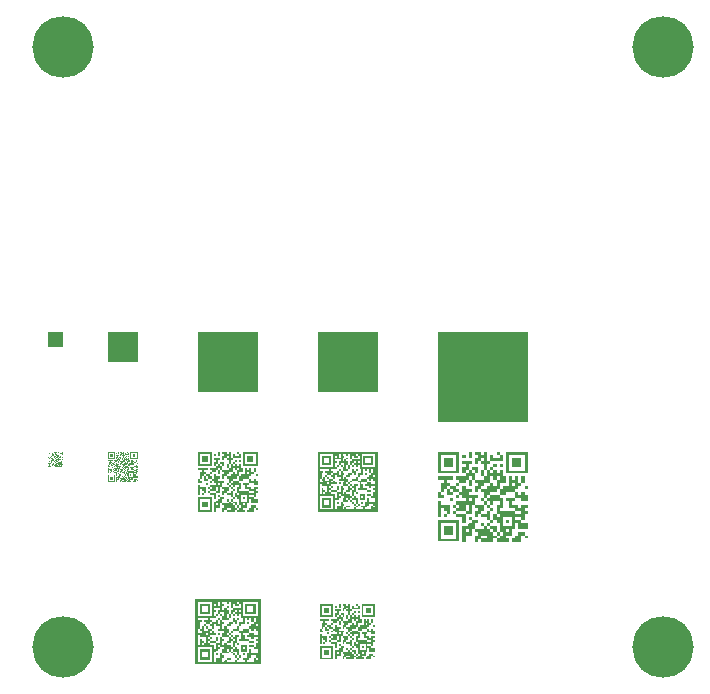
<source format=gts>
G04 Layer: TopSolderMaskLayer*
G04 EasyEDA v6.5.34, 2023-09-15 23:45:30*
G04 890fca7778e2484d9ed03c023b7e6a3c,5a6b42c53f6a479593ecc07194224c93,10*
G04 Gerber Generator version 0.2*
G04 Scale: 100 percent, Rotated: No, Reflected: No *
G04 Dimensions in millimeters *
G04 leading zeros omitted , absolute positions ,4 integer and 5 decimal *
%FSLAX45Y45*%
%MOMM*%

%ADD10C,5.2032*%

%LPD*%
G36*
X3818280Y2032000D02*
G01*
X3818280Y1979726D01*
X3843121Y1979726D01*
X3843121Y2032000D01*
G37*
G36*
X3870706Y2032000D02*
G01*
X3870706Y2004466D01*
X3895547Y2004466D01*
X3895547Y1979726D01*
X3950817Y1979726D01*
X3950817Y1954987D01*
X3923182Y1954987D01*
X3923182Y1979726D01*
X3870706Y1979726D01*
X3870706Y1927453D01*
X3895547Y1927453D01*
X3895547Y1954987D01*
X3923182Y1954987D01*
X3923182Y1927453D01*
X3950817Y1927453D01*
X3950817Y1875180D01*
X3975658Y1875180D01*
X3975658Y1822907D01*
X3950817Y1822907D01*
X3950817Y1875180D01*
X3923182Y1875180D01*
X3923182Y1822907D01*
X3950817Y1822907D01*
X3950817Y1795424D01*
X3870706Y1795424D01*
X3870706Y1847697D01*
X3895547Y1847697D01*
X3895547Y1899970D01*
X3843121Y1899970D01*
X3843121Y1875180D01*
X3870706Y1875180D01*
X3870706Y1847697D01*
X3843121Y1847697D01*
X3843121Y1875180D01*
X3818280Y1875180D01*
X3818280Y1927453D01*
X3843121Y1927453D01*
X3843121Y1954987D01*
X3765804Y1954987D01*
X3765804Y1927453D01*
X3793439Y1927453D01*
X3793439Y1899970D01*
X3765804Y1899970D01*
X3765804Y1875180D01*
X3818280Y1875180D01*
X3818280Y1847697D01*
X3793439Y1847697D01*
X3793439Y1875180D01*
X3765804Y1875180D01*
X3765804Y1847697D01*
X3793439Y1847697D01*
X3793439Y1822907D01*
X3713378Y1822907D01*
X3713378Y1795424D01*
X3738219Y1795424D01*
X3738219Y1770634D01*
X3713378Y1770634D01*
X3713378Y1743151D01*
X3658158Y1743151D01*
X3658158Y1770634D01*
X3633266Y1770634D01*
X3633266Y1795424D01*
X3685743Y1795424D01*
X3685743Y1822907D01*
X3556000Y1822907D01*
X3556000Y1795424D01*
X3605682Y1795424D01*
X3605682Y1770634D01*
X3580841Y1770634D01*
X3580841Y1743151D01*
X3658158Y1743151D01*
X3658158Y1718411D01*
X3713378Y1718411D01*
X3713378Y1743151D01*
X3738219Y1743151D01*
X3738219Y1770634D01*
X3793439Y1770634D01*
X3793439Y1795424D01*
X3818280Y1795424D01*
X3818280Y1822907D01*
X3843121Y1822907D01*
X3843121Y1795424D01*
X3870706Y1795424D01*
X3870706Y1770634D01*
X3895547Y1770634D01*
X3895547Y1743151D01*
X3870706Y1743151D01*
X3870706Y1690878D01*
X3895547Y1690878D01*
X3895547Y1718411D01*
X3923182Y1718411D01*
X3923182Y1743151D01*
X3950817Y1743151D01*
X3950817Y1770634D01*
X4003243Y1770634D01*
X4003243Y1822907D01*
X4028084Y1822907D01*
X4028084Y1795424D01*
X4055719Y1795424D01*
X4055719Y1822907D01*
X4080560Y1822907D01*
X4080560Y1795424D01*
X4055719Y1795424D01*
X4055719Y1743151D01*
X4028084Y1743151D01*
X4028084Y1770634D01*
X4003243Y1770634D01*
X4003243Y1743151D01*
X3975658Y1743151D01*
X3975658Y1718411D01*
X3923182Y1718411D01*
X3923182Y1690878D01*
X3950817Y1690878D01*
X3950817Y1638604D01*
X3975658Y1638604D01*
X3975658Y1663395D01*
X4003243Y1663395D01*
X4003243Y1690878D01*
X4055719Y1690878D01*
X4055719Y1718411D01*
X4080560Y1718411D01*
X4080560Y1663395D01*
X4132986Y1663395D01*
X4132986Y1690878D01*
X4213098Y1690878D01*
X4213098Y1638604D01*
X4132986Y1638604D01*
X4132986Y1611122D01*
X4160621Y1611122D01*
X4160621Y1558848D01*
X4213098Y1558848D01*
X4213098Y1534058D01*
X4265523Y1534058D01*
X4265523Y1506575D01*
X4213098Y1506575D01*
X4213098Y1534058D01*
X4080560Y1534058D01*
X4080560Y1558848D01*
X4108145Y1558848D01*
X4108145Y1638604D01*
X4080560Y1638604D01*
X4080560Y1663395D01*
X4003243Y1663395D01*
X4003243Y1638604D01*
X3975658Y1638604D01*
X3975658Y1611122D01*
X4003243Y1611122D01*
X4003243Y1583588D01*
X4028084Y1583588D01*
X4028084Y1611122D01*
X4080560Y1611122D01*
X4080560Y1583588D01*
X4055719Y1583588D01*
X4055719Y1506575D01*
X4080560Y1506575D01*
X4080560Y1479042D01*
X4265523Y1479042D01*
X4265523Y1454302D01*
X4213098Y1454302D01*
X4213098Y1479042D01*
X4188206Y1479042D01*
X4188206Y1399286D01*
X4108145Y1399286D01*
X4108145Y1479042D01*
X4055719Y1479042D01*
X4055719Y1506575D01*
X4028084Y1506575D01*
X4028084Y1454302D01*
X4055719Y1454302D01*
X4055719Y1426768D01*
X4080560Y1426768D01*
X4080560Y1374546D01*
X4160621Y1374546D01*
X4160621Y1349756D01*
X4132986Y1349756D01*
X4132986Y1374546D01*
X4080560Y1374546D01*
X4080560Y1349756D01*
X4108145Y1349756D01*
X4108145Y1322273D01*
X4080560Y1322273D01*
X4080560Y1297482D01*
X4055719Y1297482D01*
X4055719Y1322273D01*
X4028084Y1322273D01*
X4028084Y1349756D01*
X4003243Y1349756D01*
X4003243Y1374546D01*
X3975658Y1374546D01*
X3975658Y1399286D01*
X4003243Y1399286D01*
X4003243Y1426768D01*
X4028084Y1426768D01*
X4028084Y1454302D01*
X4003243Y1454302D01*
X4003243Y1534058D01*
X3975658Y1534058D01*
X3975658Y1506575D01*
X3923182Y1506575D01*
X3923182Y1534058D01*
X3950817Y1534058D01*
X3950817Y1583588D01*
X3870706Y1583588D01*
X3870706Y1638604D01*
X3895547Y1638604D01*
X3895547Y1663395D01*
X3818280Y1663395D01*
X3818280Y1690878D01*
X3843121Y1690878D01*
X3843121Y1718411D01*
X3793439Y1718411D01*
X3793439Y1743151D01*
X3765804Y1743151D01*
X3765804Y1690878D01*
X3738219Y1690878D01*
X3738219Y1718411D01*
X3685743Y1718411D01*
X3685743Y1690878D01*
X3658158Y1690878D01*
X3658158Y1718411D01*
X3633266Y1718411D01*
X3633266Y1743151D01*
X3580841Y1743151D01*
X3580841Y1690878D01*
X3556000Y1690878D01*
X3556000Y1638604D01*
X3605682Y1638604D01*
X3605682Y1663395D01*
X3580841Y1663395D01*
X3580841Y1690878D01*
X3605682Y1690878D01*
X3605682Y1718411D01*
X3633266Y1718411D01*
X3633266Y1663395D01*
X3685743Y1663395D01*
X3685743Y1690878D01*
X3738219Y1690878D01*
X3738219Y1663395D01*
X3713378Y1663395D01*
X3713378Y1638604D01*
X3738219Y1638604D01*
X3738219Y1663395D01*
X3765804Y1663395D01*
X3765804Y1638604D01*
X3843121Y1638604D01*
X3843121Y1611122D01*
X3818280Y1611122D01*
X3818280Y1638604D01*
X3793439Y1638604D01*
X3793439Y1611122D01*
X3713378Y1611122D01*
X3713378Y1583588D01*
X3738219Y1583588D01*
X3738219Y1558848D01*
X3713378Y1558848D01*
X3713378Y1583588D01*
X3685743Y1583588D01*
X3685743Y1558848D01*
X3713378Y1558848D01*
X3713378Y1534058D01*
X3685743Y1534058D01*
X3685743Y1506575D01*
X3713378Y1506575D01*
X3713378Y1534058D01*
X3793439Y1534058D01*
X3793439Y1583588D01*
X3818280Y1583588D01*
X3818280Y1534058D01*
X3793439Y1534058D01*
X3793439Y1506575D01*
X3713378Y1506575D01*
X3713378Y1479042D01*
X3765804Y1479042D01*
X3765804Y1426768D01*
X3793439Y1426768D01*
X3793439Y1506575D01*
X3843121Y1506575D01*
X3843121Y1583588D01*
X3870706Y1583588D01*
X3870706Y1558848D01*
X3895547Y1558848D01*
X3895547Y1534058D01*
X3870706Y1534058D01*
X3870706Y1479042D01*
X3895547Y1479042D01*
X3895547Y1506575D01*
X3923182Y1506575D01*
X3923182Y1479042D01*
X3975658Y1479042D01*
X3975658Y1454302D01*
X4003243Y1454302D01*
X4003243Y1426768D01*
X3975658Y1426768D01*
X3975658Y1399286D01*
X3950817Y1399286D01*
X3950817Y1426768D01*
X3923182Y1426768D01*
X3923182Y1399286D01*
X3950817Y1399286D01*
X3950817Y1374546D01*
X3870706Y1374546D01*
X3870706Y1426768D01*
X3895547Y1426768D01*
X3895547Y1454302D01*
X3843121Y1454302D01*
X3843121Y1479042D01*
X3818280Y1479042D01*
X3818280Y1454302D01*
X3843121Y1454302D01*
X3843121Y1426768D01*
X3818585Y1426768D01*
X3816908Y1400657D01*
X3765804Y1399082D01*
X3765804Y1374546D01*
X3818280Y1374546D01*
X3818280Y1349756D01*
X3793439Y1349756D01*
X3793439Y1374546D01*
X3765804Y1374546D01*
X3765804Y1270000D01*
X3793439Y1270000D01*
X3793439Y1322273D01*
X3843121Y1322273D01*
X3843121Y1374546D01*
X3870706Y1374546D01*
X3870706Y1349756D01*
X3895547Y1349756D01*
X3895547Y1322273D01*
X3870706Y1322273D01*
X3870706Y1270000D01*
X3895293Y1270000D01*
X3896969Y1296111D01*
X3923182Y1297787D01*
X3923182Y1322273D01*
X3975658Y1322273D01*
X3975658Y1297482D01*
X3923182Y1297482D01*
X3923182Y1270000D01*
X4028084Y1270000D01*
X4028084Y1297482D01*
X4055719Y1297482D01*
X4055719Y1270000D01*
X4160621Y1270000D01*
X4160621Y1297482D01*
X4132986Y1297482D01*
X4132986Y1322273D01*
X4188206Y1322273D01*
X4188206Y1374546D01*
X4213098Y1374546D01*
X4213098Y1426768D01*
X4237939Y1426768D01*
X4237939Y1374546D01*
X4318000Y1374546D01*
X4318000Y1426768D01*
X4265523Y1426768D01*
X4265523Y1454302D01*
X4293158Y1454302D01*
X4293158Y1506575D01*
X4318000Y1506575D01*
X4318000Y1534058D01*
X4293158Y1534058D01*
X4293158Y1558848D01*
X4318000Y1558848D01*
X4318000Y1583588D01*
X4265523Y1583588D01*
X4265523Y1558848D01*
X4237939Y1558848D01*
X4237939Y1583588D01*
X4188206Y1583588D01*
X4188206Y1611122D01*
X4213098Y1611122D01*
X4213098Y1638604D01*
X4265523Y1638604D01*
X4265523Y1611122D01*
X4318000Y1611122D01*
X4318000Y1663395D01*
X4293158Y1663395D01*
X4293158Y1690878D01*
X4265523Y1690878D01*
X4265523Y1663395D01*
X4237939Y1663395D01*
X4237939Y1690878D01*
X4213098Y1690878D01*
X4213098Y1718411D01*
X4237939Y1718411D01*
X4237939Y1743151D01*
X4265523Y1743151D01*
X4265523Y1770634D01*
X4293158Y1770634D01*
X4293158Y1822907D01*
X4265523Y1822907D01*
X4265523Y1770634D01*
X4237939Y1770634D01*
X4237939Y1822907D01*
X4213098Y1822907D01*
X4213098Y1795424D01*
X4188206Y1795424D01*
X4188206Y1822907D01*
X4160621Y1822907D01*
X4160621Y1770634D01*
X4213098Y1770634D01*
X4213098Y1743151D01*
X4188206Y1743151D01*
X4188206Y1770634D01*
X4160621Y1770634D01*
X4160621Y1743151D01*
X4108145Y1743151D01*
X4108145Y1718411D01*
X4080560Y1718411D01*
X4080560Y1770634D01*
X4132986Y1770634D01*
X4132986Y1822907D01*
X4108145Y1822907D01*
X4108145Y1875180D01*
X4080560Y1875180D01*
X4080560Y1847697D01*
X4055719Y1847697D01*
X4055719Y1875180D01*
X4028084Y1875180D01*
X4028084Y1899970D01*
X4055719Y1899970D01*
X4055719Y1927453D01*
X4028084Y1927453D01*
X4028084Y1899970D01*
X4003243Y1899970D01*
X4003243Y1875180D01*
X4028084Y1875180D01*
X4028084Y1847697D01*
X4003243Y1847697D01*
X4003243Y1875180D01*
X3975658Y1875180D01*
X3975658Y1927453D01*
X4003243Y1927453D01*
X4003243Y1954987D01*
X4108145Y1954987D01*
X4108145Y2004466D01*
X4080560Y2004466D01*
X4080560Y2032000D01*
X4055719Y2032000D01*
X4055719Y2004466D01*
X4080560Y2004466D01*
X4080560Y1979726D01*
X4028084Y1979726D01*
X4028084Y2004466D01*
X4003243Y2004466D01*
X4003243Y1954987D01*
X3975658Y1954987D01*
X3975658Y2032000D01*
X3950817Y2032000D01*
X3950817Y2004466D01*
X3923182Y2004466D01*
X3923182Y2032000D01*
G37*
G36*
X3556000Y2029256D02*
G01*
X3556000Y2007260D01*
X3713378Y2007260D01*
X3713378Y1872437D01*
X3580841Y1872437D01*
X3580841Y2007260D01*
X3556000Y2007260D01*
X3556000Y1850440D01*
X3738219Y1850440D01*
X3738219Y2029256D01*
G37*
G36*
X4135780Y2029256D02*
G01*
X4135780Y2007260D01*
X4293158Y2007260D01*
X4293158Y1872437D01*
X4157827Y1872437D01*
X4157827Y2007260D01*
X4135780Y2007260D01*
X4135780Y1850440D01*
X4318000Y1850440D01*
X4318000Y2029256D01*
G37*
G36*
X3765804Y2004466D02*
G01*
X3765804Y1979726D01*
X3793439Y1979726D01*
X3793439Y2004466D01*
G37*
G36*
X3608425Y1979726D02*
G01*
X3608425Y1902714D01*
X3683000Y1902714D01*
X3683000Y1979726D01*
G37*
G36*
X4188206Y1979726D02*
G01*
X4188206Y1902714D01*
X4262780Y1902714D01*
X4262780Y1979726D01*
G37*
G36*
X4080560Y1927453D02*
G01*
X4080560Y1899970D01*
X4108145Y1899970D01*
X4108145Y1927453D01*
G37*
G36*
X3818280Y1795424D02*
G01*
X3818280Y1743151D01*
X3843121Y1743151D01*
X3843121Y1795424D01*
G37*
G36*
X4293158Y1743151D02*
G01*
X4293158Y1718411D01*
X4318000Y1718411D01*
X4318000Y1743151D01*
G37*
G36*
X3658158Y1638604D02*
G01*
X3658158Y1611122D01*
X3685743Y1611122D01*
X3685743Y1638604D01*
G37*
G36*
X3923182Y1638604D02*
G01*
X3923182Y1611122D01*
X3950817Y1611122D01*
X3950817Y1583588D01*
X3975658Y1583588D01*
X3975658Y1558848D01*
X4003243Y1558848D01*
X4003243Y1534058D01*
X4028084Y1534058D01*
X4028084Y1558848D01*
X4003243Y1558848D01*
X4003243Y1583588D01*
X3975658Y1583588D01*
X3975658Y1611122D01*
X3950817Y1611122D01*
X3950817Y1638604D01*
G37*
G36*
X3556000Y1611122D02*
G01*
X3556000Y1479042D01*
X3580841Y1479042D01*
X3580841Y1558848D01*
X3605682Y1558848D01*
X3605682Y1534058D01*
X3633266Y1534058D01*
X3633266Y1506575D01*
X3605682Y1506575D01*
X3605682Y1479042D01*
X3633266Y1479042D01*
X3633266Y1506575D01*
X3658158Y1506575D01*
X3658158Y1583588D01*
X3580841Y1583588D01*
X3580841Y1611122D01*
G37*
G36*
X4132986Y1454302D02*
G01*
X4132986Y1426768D01*
X4160621Y1426768D01*
X4160621Y1454302D01*
G37*
G36*
X3556000Y1451559D02*
G01*
X3556000Y1429562D01*
X3713378Y1429562D01*
X3713378Y1294739D01*
X3580841Y1294739D01*
X3580841Y1429562D01*
X3556000Y1429562D01*
X3556000Y1272743D01*
X3738219Y1272743D01*
X3738219Y1451559D01*
G37*
G36*
X3608425Y1399286D02*
G01*
X3608425Y1325016D01*
X3683000Y1325016D01*
X3683000Y1399286D01*
G37*
G36*
X4003243Y1399286D02*
G01*
X4003243Y1374546D01*
X4028084Y1374546D01*
X4028084Y1349756D01*
X4055719Y1349756D01*
X4055719Y1322273D01*
X4080560Y1322273D01*
X4080560Y1349756D01*
X4055719Y1349756D01*
X4055719Y1399286D01*
G37*
G36*
X4237939Y1349756D02*
G01*
X4237939Y1322273D01*
X4213098Y1322273D01*
X4213098Y1297482D01*
X4188206Y1297482D01*
X4188206Y1270000D01*
X4265523Y1270000D01*
X4265523Y1322273D01*
X4293158Y1322273D01*
X4293158Y1297482D01*
X4318000Y1297482D01*
X4318000Y1322273D01*
X4293158Y1322273D01*
X4293158Y1349756D01*
G37*
G36*
X1698853Y2032000D02*
G01*
X1698853Y1997151D01*
X1715414Y1997151D01*
X1715414Y2032000D01*
G37*
G36*
X1733804Y2032000D02*
G01*
X1733804Y2013661D01*
X1750364Y2013661D01*
X1750364Y1997151D01*
X1787194Y1997151D01*
X1787194Y1980641D01*
X1768805Y1980641D01*
X1768805Y1997151D01*
X1733804Y1997151D01*
X1733804Y1962302D01*
X1750364Y1962302D01*
X1750364Y1980641D01*
X1768805Y1980641D01*
X1768805Y1962302D01*
X1787194Y1962302D01*
X1787194Y1927453D01*
X1803755Y1927453D01*
X1803755Y1892604D01*
X1787194Y1892604D01*
X1787194Y1927453D01*
X1768805Y1927453D01*
X1768805Y1892604D01*
X1787194Y1892604D01*
X1787194Y1874266D01*
X1733804Y1874266D01*
X1733804Y1909114D01*
X1750364Y1909114D01*
X1750364Y1943963D01*
X1715414Y1943963D01*
X1715414Y1927453D01*
X1733804Y1927453D01*
X1733804Y1909114D01*
X1715414Y1909114D01*
X1715414Y1927453D01*
X1698853Y1927453D01*
X1698853Y1962302D01*
X1715414Y1962302D01*
X1715414Y1980641D01*
X1663903Y1980641D01*
X1663903Y1962302D01*
X1682292Y1962302D01*
X1682292Y1943963D01*
X1663903Y1943963D01*
X1663903Y1927453D01*
X1698853Y1927453D01*
X1698853Y1909114D01*
X1682292Y1909114D01*
X1682292Y1927453D01*
X1663903Y1927453D01*
X1663903Y1909114D01*
X1682292Y1909114D01*
X1682292Y1892604D01*
X1628901Y1892604D01*
X1628901Y1874266D01*
X1645462Y1874266D01*
X1645462Y1857756D01*
X1628901Y1857756D01*
X1628901Y1839417D01*
X1592122Y1839417D01*
X1592122Y1857756D01*
X1575511Y1857756D01*
X1575511Y1874266D01*
X1610512Y1874266D01*
X1610512Y1892604D01*
X1524000Y1892604D01*
X1524000Y1874266D01*
X1557121Y1874266D01*
X1557121Y1857756D01*
X1540560Y1857756D01*
X1540560Y1839417D01*
X1592122Y1839417D01*
X1592122Y1822907D01*
X1628901Y1822907D01*
X1628901Y1839417D01*
X1645462Y1839417D01*
X1645462Y1857756D01*
X1682292Y1857756D01*
X1682292Y1874266D01*
X1698853Y1874266D01*
X1698853Y1892604D01*
X1715414Y1892604D01*
X1715414Y1874266D01*
X1733804Y1874266D01*
X1733804Y1857756D01*
X1750364Y1857756D01*
X1750364Y1839417D01*
X1733804Y1839417D01*
X1733804Y1804568D01*
X1750364Y1804568D01*
X1750364Y1822907D01*
X1768805Y1822907D01*
X1768805Y1839417D01*
X1787194Y1839417D01*
X1787194Y1857756D01*
X1822196Y1857756D01*
X1822196Y1892604D01*
X1838756Y1892604D01*
X1838756Y1874266D01*
X1857146Y1874266D01*
X1857146Y1892604D01*
X1873707Y1892604D01*
X1873707Y1874266D01*
X1857146Y1874266D01*
X1857146Y1839417D01*
X1838756Y1839417D01*
X1838756Y1857756D01*
X1822196Y1857756D01*
X1822196Y1839417D01*
X1803755Y1839417D01*
X1803755Y1822907D01*
X1768805Y1822907D01*
X1768805Y1804568D01*
X1787194Y1804568D01*
X1787194Y1769770D01*
X1803755Y1769770D01*
X1803755Y1786229D01*
X1822196Y1786229D01*
X1822196Y1804568D01*
X1857146Y1804568D01*
X1857146Y1822907D01*
X1873707Y1822907D01*
X1873707Y1786229D01*
X1908657Y1786229D01*
X1908657Y1804568D01*
X1962048Y1804568D01*
X1962048Y1769770D01*
X1908657Y1769770D01*
X1908657Y1751380D01*
X1927098Y1751380D01*
X1927098Y1716582D01*
X1962048Y1716582D01*
X1962048Y1700072D01*
X1997049Y1700072D01*
X1997049Y1681734D01*
X1962048Y1681734D01*
X1962048Y1700072D01*
X1873707Y1700072D01*
X1873707Y1716582D01*
X1892096Y1716582D01*
X1892096Y1769770D01*
X1873707Y1769770D01*
X1873707Y1786229D01*
X1822196Y1786229D01*
X1822196Y1769770D01*
X1803755Y1769770D01*
X1803755Y1751380D01*
X1822196Y1751380D01*
X1822196Y1733092D01*
X1838756Y1733092D01*
X1838756Y1751380D01*
X1873707Y1751380D01*
X1873707Y1733092D01*
X1857146Y1733092D01*
X1857146Y1681734D01*
X1873707Y1681734D01*
X1873707Y1663395D01*
X1997049Y1663395D01*
X1997049Y1646885D01*
X1962048Y1646885D01*
X1962048Y1663395D01*
X1945487Y1663395D01*
X1945487Y1610207D01*
X1892096Y1610207D01*
X1892096Y1663395D01*
X1857146Y1663395D01*
X1857146Y1681734D01*
X1838756Y1681734D01*
X1838756Y1646885D01*
X1857146Y1646885D01*
X1857146Y1628546D01*
X1873707Y1628546D01*
X1873707Y1593697D01*
X1927098Y1593697D01*
X1927098Y1577187D01*
X1908657Y1577187D01*
X1908657Y1593697D01*
X1873707Y1593697D01*
X1873707Y1577187D01*
X1892096Y1577187D01*
X1892096Y1558848D01*
X1873707Y1558848D01*
X1873707Y1542338D01*
X1857146Y1542338D01*
X1857146Y1558848D01*
X1838756Y1558848D01*
X1838756Y1577187D01*
X1822196Y1577187D01*
X1822196Y1593697D01*
X1803755Y1593697D01*
X1803755Y1610207D01*
X1822196Y1610207D01*
X1822196Y1628546D01*
X1838756Y1628546D01*
X1838756Y1646885D01*
X1822196Y1646885D01*
X1822196Y1700072D01*
X1803755Y1700072D01*
X1803755Y1681734D01*
X1768805Y1681734D01*
X1768805Y1700072D01*
X1787194Y1700072D01*
X1787194Y1733092D01*
X1733804Y1733092D01*
X1733804Y1769770D01*
X1750364Y1769770D01*
X1750364Y1786229D01*
X1698853Y1786229D01*
X1698853Y1804568D01*
X1715414Y1804568D01*
X1715414Y1822907D01*
X1682292Y1822907D01*
X1682292Y1839417D01*
X1663903Y1839417D01*
X1663903Y1804568D01*
X1645462Y1804568D01*
X1645462Y1822907D01*
X1610512Y1822907D01*
X1610512Y1804568D01*
X1592122Y1804568D01*
X1592122Y1822907D01*
X1575511Y1822907D01*
X1575511Y1839417D01*
X1540560Y1839417D01*
X1540560Y1804568D01*
X1524000Y1804568D01*
X1524000Y1769770D01*
X1557121Y1769770D01*
X1557121Y1786229D01*
X1540560Y1786229D01*
X1540560Y1804568D01*
X1557121Y1804568D01*
X1557121Y1822907D01*
X1575511Y1822907D01*
X1575511Y1786229D01*
X1610512Y1786229D01*
X1610512Y1804568D01*
X1645462Y1804568D01*
X1645462Y1786229D01*
X1628901Y1786229D01*
X1628901Y1769770D01*
X1645462Y1769770D01*
X1645462Y1786229D01*
X1663903Y1786229D01*
X1663903Y1769770D01*
X1715414Y1769770D01*
X1715414Y1751380D01*
X1698853Y1751380D01*
X1698853Y1769770D01*
X1682292Y1769770D01*
X1682292Y1751380D01*
X1628901Y1751380D01*
X1628901Y1733092D01*
X1645462Y1733092D01*
X1645462Y1716582D01*
X1628901Y1716582D01*
X1628901Y1733092D01*
X1610512Y1733092D01*
X1610512Y1716582D01*
X1628901Y1716582D01*
X1628901Y1700072D01*
X1610512Y1700072D01*
X1610512Y1681734D01*
X1628901Y1681734D01*
X1628901Y1700072D01*
X1682292Y1700072D01*
X1682292Y1733092D01*
X1698853Y1733092D01*
X1698853Y1700072D01*
X1682292Y1700072D01*
X1682292Y1681734D01*
X1628901Y1681734D01*
X1628901Y1663395D01*
X1663903Y1663395D01*
X1663903Y1628546D01*
X1682292Y1628546D01*
X1682292Y1681734D01*
X1715414Y1681734D01*
X1715414Y1733092D01*
X1733804Y1733092D01*
X1733804Y1716582D01*
X1750364Y1716582D01*
X1750364Y1700072D01*
X1733804Y1700072D01*
X1733804Y1663395D01*
X1750364Y1663395D01*
X1750364Y1681734D01*
X1768805Y1681734D01*
X1768805Y1663395D01*
X1803755Y1663395D01*
X1803755Y1646885D01*
X1822196Y1646885D01*
X1822196Y1628546D01*
X1803755Y1628546D01*
X1803755Y1610207D01*
X1787194Y1610207D01*
X1787194Y1628546D01*
X1768805Y1628546D01*
X1768805Y1610207D01*
X1787194Y1610207D01*
X1787194Y1593697D01*
X1733804Y1593697D01*
X1733804Y1628546D01*
X1750364Y1628546D01*
X1750364Y1646885D01*
X1715414Y1646885D01*
X1715414Y1663395D01*
X1698853Y1663395D01*
X1698853Y1646885D01*
X1715414Y1646885D01*
X1715414Y1628546D01*
X1699056Y1628546D01*
X1697939Y1611122D01*
X1663903Y1610055D01*
X1663903Y1593697D01*
X1698853Y1593697D01*
X1698853Y1577187D01*
X1682292Y1577187D01*
X1682292Y1593697D01*
X1663903Y1593697D01*
X1663903Y1524000D01*
X1682292Y1524000D01*
X1682292Y1558848D01*
X1715414Y1558848D01*
X1715414Y1593697D01*
X1733804Y1593697D01*
X1733804Y1577187D01*
X1750364Y1577187D01*
X1750364Y1558848D01*
X1733804Y1558848D01*
X1733804Y1524000D01*
X1750212Y1524000D01*
X1751330Y1541424D01*
X1768805Y1542542D01*
X1768805Y1558848D01*
X1803755Y1558848D01*
X1803755Y1542338D01*
X1768805Y1542338D01*
X1768805Y1524000D01*
X1838756Y1524000D01*
X1838756Y1542338D01*
X1857146Y1542338D01*
X1857146Y1524000D01*
X1927098Y1524000D01*
X1927098Y1542338D01*
X1908657Y1542338D01*
X1908657Y1558848D01*
X1945487Y1558848D01*
X1945487Y1593697D01*
X1962048Y1593697D01*
X1962048Y1628546D01*
X1978609Y1628546D01*
X1978609Y1593697D01*
X2032000Y1593697D01*
X2032000Y1628546D01*
X1997049Y1628546D01*
X1997049Y1646885D01*
X2015439Y1646885D01*
X2015439Y1681734D01*
X2032000Y1681734D01*
X2032000Y1700072D01*
X2015439Y1700072D01*
X2015439Y1716582D01*
X2032000Y1716582D01*
X2032000Y1733092D01*
X1997049Y1733092D01*
X1997049Y1716582D01*
X1978609Y1716582D01*
X1978609Y1733092D01*
X1945487Y1733092D01*
X1945487Y1751380D01*
X1962048Y1751380D01*
X1962048Y1769770D01*
X1997049Y1769770D01*
X1997049Y1751380D01*
X2032000Y1751380D01*
X2032000Y1786229D01*
X2015439Y1786229D01*
X2015439Y1804568D01*
X1997049Y1804568D01*
X1997049Y1786229D01*
X1978609Y1786229D01*
X1978609Y1804568D01*
X1962048Y1804568D01*
X1962048Y1822907D01*
X1978609Y1822907D01*
X1978609Y1839417D01*
X1997049Y1839417D01*
X1997049Y1857756D01*
X2015439Y1857756D01*
X2015439Y1892604D01*
X1997049Y1892604D01*
X1997049Y1857756D01*
X1978609Y1857756D01*
X1978609Y1892604D01*
X1962048Y1892604D01*
X1962048Y1874266D01*
X1945487Y1874266D01*
X1945487Y1892604D01*
X1927098Y1892604D01*
X1927098Y1857756D01*
X1962048Y1857756D01*
X1962048Y1839417D01*
X1945487Y1839417D01*
X1945487Y1857756D01*
X1927098Y1857756D01*
X1927098Y1839417D01*
X1892096Y1839417D01*
X1892096Y1822907D01*
X1873707Y1822907D01*
X1873707Y1857756D01*
X1908657Y1857756D01*
X1908657Y1892604D01*
X1892096Y1892604D01*
X1892096Y1927453D01*
X1873707Y1927453D01*
X1873707Y1909114D01*
X1857146Y1909114D01*
X1857146Y1927453D01*
X1838756Y1927453D01*
X1838756Y1943963D01*
X1857146Y1943963D01*
X1857146Y1962302D01*
X1838756Y1962302D01*
X1838756Y1943963D01*
X1822196Y1943963D01*
X1822196Y1927453D01*
X1838756Y1927453D01*
X1838756Y1909114D01*
X1822196Y1909114D01*
X1822196Y1927453D01*
X1803755Y1927453D01*
X1803755Y1962302D01*
X1822196Y1962302D01*
X1822196Y1980641D01*
X1892096Y1980641D01*
X1892096Y2013661D01*
X1873707Y2013661D01*
X1873707Y2032000D01*
X1857146Y2032000D01*
X1857146Y2013661D01*
X1873707Y2013661D01*
X1873707Y1997151D01*
X1838756Y1997151D01*
X1838756Y2013661D01*
X1822196Y2013661D01*
X1822196Y1980641D01*
X1803755Y1980641D01*
X1803755Y2032000D01*
X1787194Y2032000D01*
X1787194Y2013661D01*
X1768805Y2013661D01*
X1768805Y2032000D01*
G37*
G36*
X1524000Y2030171D02*
G01*
X1524000Y2015489D01*
X1628901Y2015489D01*
X1628901Y1925624D01*
X1540560Y1925624D01*
X1540560Y2015489D01*
X1524000Y2015489D01*
X1524000Y1910943D01*
X1645462Y1910943D01*
X1645462Y2030171D01*
G37*
G36*
X1910537Y2030171D02*
G01*
X1910537Y2015489D01*
X2015439Y2015489D01*
X2015439Y1925624D01*
X1925218Y1925624D01*
X1925218Y2015489D01*
X1910537Y2015489D01*
X1910537Y1910943D01*
X2032000Y1910943D01*
X2032000Y2030171D01*
G37*
G36*
X1663903Y2013661D02*
G01*
X1663903Y1997151D01*
X1682292Y1997151D01*
X1682292Y2013661D01*
G37*
G36*
X1558950Y1997151D02*
G01*
X1558950Y1945792D01*
X1608683Y1945792D01*
X1608683Y1997151D01*
G37*
G36*
X1945487Y1997151D02*
G01*
X1945487Y1945792D01*
X1995170Y1945792D01*
X1995170Y1997151D01*
G37*
G36*
X1873707Y1962302D02*
G01*
X1873707Y1943963D01*
X1892096Y1943963D01*
X1892096Y1962302D01*
G37*
G36*
X1698853Y1874266D02*
G01*
X1698853Y1839417D01*
X1715414Y1839417D01*
X1715414Y1874266D01*
G37*
G36*
X2015439Y1839417D02*
G01*
X2015439Y1822907D01*
X2032000Y1822907D01*
X2032000Y1839417D01*
G37*
G36*
X1592122Y1769770D02*
G01*
X1592122Y1751380D01*
X1610512Y1751380D01*
X1610512Y1769770D01*
G37*
G36*
X1768805Y1769770D02*
G01*
X1768805Y1751380D01*
X1787194Y1751380D01*
X1787194Y1733092D01*
X1803755Y1733092D01*
X1803755Y1716582D01*
X1822196Y1716582D01*
X1822196Y1700072D01*
X1838756Y1700072D01*
X1838756Y1716582D01*
X1822196Y1716582D01*
X1822196Y1733092D01*
X1803755Y1733092D01*
X1803755Y1751380D01*
X1787194Y1751380D01*
X1787194Y1769770D01*
G37*
G36*
X1524000Y1751380D02*
G01*
X1524000Y1663395D01*
X1540560Y1663395D01*
X1540560Y1716582D01*
X1557121Y1716582D01*
X1557121Y1700072D01*
X1575511Y1700072D01*
X1575511Y1681734D01*
X1557121Y1681734D01*
X1557121Y1663395D01*
X1575511Y1663395D01*
X1575511Y1681734D01*
X1592122Y1681734D01*
X1592122Y1733092D01*
X1540560Y1733092D01*
X1540560Y1751380D01*
G37*
G36*
X1908657Y1646885D02*
G01*
X1908657Y1628546D01*
X1927098Y1628546D01*
X1927098Y1646885D01*
G37*
G36*
X1524000Y1645056D02*
G01*
X1524000Y1630375D01*
X1628901Y1630375D01*
X1628901Y1540510D01*
X1540560Y1540510D01*
X1540560Y1630375D01*
X1524000Y1630375D01*
X1524000Y1525828D01*
X1645462Y1525828D01*
X1645462Y1645056D01*
G37*
G36*
X1558950Y1610207D02*
G01*
X1558950Y1560677D01*
X1608683Y1560677D01*
X1608683Y1610207D01*
G37*
G36*
X1822196Y1610207D02*
G01*
X1822196Y1593697D01*
X1838756Y1593697D01*
X1838756Y1577187D01*
X1857146Y1577187D01*
X1857146Y1558848D01*
X1873707Y1558848D01*
X1873707Y1577187D01*
X1857146Y1577187D01*
X1857146Y1610207D01*
G37*
G36*
X1978609Y1577187D02*
G01*
X1978609Y1558848D01*
X1962048Y1558848D01*
X1962048Y1542338D01*
X1945487Y1542338D01*
X1945487Y1524000D01*
X1997049Y1524000D01*
X1997049Y1558848D01*
X2015439Y1558848D01*
X2015439Y1542338D01*
X2032000Y1542338D01*
X2032000Y1558848D01*
X2015439Y1558848D01*
X2015439Y1577187D01*
G37*
G36*
X849426Y2032000D02*
G01*
X849426Y2014575D01*
X857707Y2014575D01*
X857707Y2032000D01*
G37*
G36*
X866902Y2032000D02*
G01*
X866902Y2022856D01*
X875182Y2022856D01*
X875182Y2014575D01*
X893622Y2014575D01*
X893622Y2006346D01*
X884377Y2006346D01*
X884377Y2014575D01*
X866902Y2014575D01*
X866902Y1997151D01*
X875182Y1997151D01*
X875182Y2006346D01*
X884377Y2006346D01*
X884377Y1997151D01*
X893622Y1997151D01*
X893622Y1979726D01*
X901903Y1979726D01*
X901903Y1962302D01*
X893622Y1962302D01*
X893622Y1979726D01*
X884377Y1979726D01*
X884377Y1962302D01*
X893622Y1962302D01*
X893622Y1953158D01*
X866902Y1953158D01*
X866902Y1970582D01*
X875182Y1970582D01*
X875182Y1988007D01*
X857707Y1988007D01*
X857707Y1979726D01*
X866902Y1979726D01*
X866902Y1970582D01*
X857707Y1970582D01*
X857707Y1979726D01*
X849426Y1979726D01*
X849426Y1997151D01*
X857707Y1997151D01*
X857707Y2006346D01*
X831951Y2006346D01*
X831951Y1997151D01*
X841146Y1997151D01*
X841146Y1988007D01*
X831951Y1988007D01*
X831951Y1979726D01*
X849426Y1979726D01*
X849426Y1970582D01*
X841146Y1970582D01*
X841146Y1979726D01*
X831951Y1979726D01*
X831951Y1970582D01*
X841146Y1970582D01*
X841146Y1962302D01*
X814476Y1962302D01*
X814476Y1953158D01*
X822756Y1953158D01*
X822756Y1944878D01*
X814476Y1944878D01*
X814476Y1935734D01*
X796036Y1935734D01*
X796036Y1944878D01*
X787755Y1944878D01*
X787755Y1953158D01*
X805230Y1953158D01*
X805230Y1962302D01*
X762000Y1962302D01*
X762000Y1953158D01*
X778560Y1953158D01*
X778560Y1944878D01*
X770280Y1944878D01*
X770280Y1935734D01*
X796036Y1935734D01*
X796036Y1927453D01*
X814476Y1927453D01*
X814476Y1935734D01*
X822756Y1935734D01*
X822756Y1944878D01*
X841146Y1944878D01*
X841146Y1953158D01*
X849426Y1953158D01*
X849426Y1962302D01*
X857707Y1962302D01*
X857707Y1953158D01*
X866902Y1953158D01*
X866902Y1944878D01*
X875182Y1944878D01*
X875182Y1935734D01*
X866902Y1935734D01*
X866902Y1918309D01*
X875182Y1918309D01*
X875182Y1927453D01*
X884377Y1927453D01*
X884377Y1935734D01*
X893622Y1935734D01*
X893622Y1944878D01*
X911098Y1944878D01*
X911098Y1962302D01*
X919378Y1962302D01*
X919378Y1953158D01*
X928573Y1953158D01*
X928573Y1962302D01*
X936853Y1962302D01*
X936853Y1953158D01*
X928573Y1953158D01*
X928573Y1935734D01*
X919378Y1935734D01*
X919378Y1944878D01*
X911098Y1944878D01*
X911098Y1935734D01*
X901903Y1935734D01*
X901903Y1927453D01*
X884377Y1927453D01*
X884377Y1918309D01*
X893622Y1918309D01*
X893622Y1900885D01*
X901903Y1900885D01*
X901903Y1909114D01*
X911098Y1909114D01*
X911098Y1918309D01*
X928573Y1918309D01*
X928573Y1927453D01*
X936853Y1927453D01*
X936853Y1909114D01*
X954328Y1909114D01*
X954328Y1918309D01*
X981049Y1918309D01*
X981049Y1900885D01*
X954328Y1900885D01*
X954328Y1891690D01*
X963523Y1891690D01*
X963523Y1874266D01*
X981049Y1874266D01*
X981049Y1866036D01*
X998524Y1866036D01*
X998524Y1856841D01*
X981049Y1856841D01*
X981049Y1866036D01*
X936853Y1866036D01*
X936853Y1874266D01*
X946048Y1874266D01*
X946048Y1900885D01*
X936853Y1900885D01*
X936853Y1909114D01*
X911098Y1909114D01*
X911098Y1900885D01*
X901903Y1900885D01*
X901903Y1891690D01*
X911098Y1891690D01*
X911098Y1882546D01*
X919378Y1882546D01*
X919378Y1891690D01*
X936853Y1891690D01*
X936853Y1882546D01*
X928573Y1882546D01*
X928573Y1856841D01*
X936853Y1856841D01*
X936853Y1847697D01*
X998524Y1847697D01*
X998524Y1839417D01*
X981049Y1839417D01*
X981049Y1847697D01*
X972769Y1847697D01*
X972769Y1821078D01*
X946048Y1821078D01*
X946048Y1847697D01*
X928573Y1847697D01*
X928573Y1856841D01*
X919378Y1856841D01*
X919378Y1839417D01*
X928573Y1839417D01*
X928573Y1830273D01*
X936853Y1830273D01*
X936853Y1812848D01*
X963523Y1812848D01*
X963523Y1804619D01*
X954328Y1804619D01*
X954328Y1812848D01*
X936853Y1812848D01*
X936853Y1804619D01*
X946048Y1804619D01*
X946048Y1795424D01*
X936853Y1795424D01*
X936853Y1787194D01*
X928573Y1787194D01*
X928573Y1795424D01*
X919378Y1795424D01*
X919378Y1804619D01*
X911098Y1804619D01*
X911098Y1812848D01*
X901903Y1812848D01*
X901903Y1821078D01*
X911098Y1821078D01*
X911098Y1830273D01*
X919378Y1830273D01*
X919378Y1839417D01*
X911098Y1839417D01*
X911098Y1866036D01*
X901903Y1866036D01*
X901903Y1856841D01*
X884377Y1856841D01*
X884377Y1866036D01*
X893622Y1866036D01*
X893622Y1882546D01*
X866902Y1882546D01*
X866902Y1900885D01*
X875182Y1900885D01*
X875182Y1909114D01*
X849426Y1909114D01*
X849426Y1918309D01*
X857707Y1918309D01*
X857707Y1927453D01*
X841146Y1927453D01*
X841146Y1935734D01*
X831951Y1935734D01*
X831951Y1918309D01*
X822756Y1918309D01*
X822756Y1927453D01*
X805230Y1927453D01*
X805230Y1918309D01*
X796036Y1918309D01*
X796036Y1927453D01*
X787755Y1927453D01*
X787755Y1935734D01*
X770280Y1935734D01*
X770280Y1918309D01*
X762000Y1918309D01*
X762000Y1900885D01*
X778560Y1900885D01*
X778560Y1909114D01*
X770280Y1909114D01*
X770280Y1918309D01*
X778560Y1918309D01*
X778560Y1927453D01*
X787755Y1927453D01*
X787755Y1909114D01*
X805230Y1909114D01*
X805230Y1918309D01*
X822756Y1918309D01*
X822756Y1909114D01*
X814476Y1909114D01*
X814476Y1900885D01*
X822756Y1900885D01*
X822756Y1909114D01*
X831951Y1909114D01*
X831951Y1900885D01*
X857707Y1900885D01*
X857707Y1891690D01*
X849426Y1891690D01*
X849426Y1900885D01*
X841146Y1900885D01*
X841146Y1891690D01*
X814476Y1891690D01*
X814476Y1882546D01*
X822756Y1882546D01*
X822756Y1874266D01*
X814476Y1874266D01*
X814476Y1882546D01*
X805230Y1882546D01*
X805230Y1874266D01*
X814476Y1874266D01*
X814476Y1866036D01*
X805230Y1866036D01*
X805230Y1856841D01*
X814476Y1856841D01*
X814476Y1866036D01*
X841146Y1866036D01*
X841146Y1882546D01*
X849426Y1882546D01*
X849426Y1866036D01*
X841146Y1866036D01*
X841146Y1856841D01*
X814476Y1856841D01*
X814476Y1847697D01*
X831951Y1847697D01*
X831951Y1830273D01*
X841146Y1830273D01*
X841146Y1856841D01*
X857707Y1856841D01*
X857707Y1882546D01*
X866902Y1882546D01*
X866902Y1874266D01*
X875182Y1874266D01*
X875182Y1866036D01*
X866902Y1866036D01*
X866902Y1847697D01*
X875182Y1847697D01*
X875182Y1856841D01*
X884377Y1856841D01*
X884377Y1847697D01*
X901903Y1847697D01*
X901903Y1839417D01*
X911098Y1839417D01*
X911098Y1830273D01*
X901903Y1830273D01*
X901903Y1821078D01*
X893622Y1821078D01*
X893622Y1830273D01*
X884377Y1830273D01*
X884377Y1821078D01*
X893622Y1821078D01*
X893622Y1812848D01*
X866902Y1812848D01*
X866902Y1830273D01*
X875182Y1830273D01*
X875182Y1839417D01*
X857707Y1839417D01*
X857707Y1847697D01*
X849426Y1847697D01*
X849426Y1839417D01*
X857707Y1839417D01*
X857707Y1830273D01*
X849528Y1830273D01*
X848969Y1821586D01*
X831951Y1821027D01*
X831951Y1812848D01*
X849426Y1812848D01*
X849426Y1804619D01*
X841146Y1804619D01*
X841146Y1812848D01*
X831951Y1812848D01*
X831951Y1778000D01*
X841146Y1778000D01*
X841146Y1795424D01*
X857707Y1795424D01*
X857707Y1812848D01*
X866902Y1812848D01*
X866902Y1804619D01*
X875182Y1804619D01*
X875182Y1795424D01*
X866902Y1795424D01*
X866902Y1778000D01*
X875080Y1778000D01*
X875639Y1786737D01*
X884377Y1787296D01*
X884377Y1795424D01*
X901903Y1795424D01*
X901903Y1787194D01*
X884377Y1787194D01*
X884377Y1778000D01*
X919378Y1778000D01*
X919378Y1787194D01*
X928573Y1787194D01*
X928573Y1778000D01*
X963523Y1778000D01*
X963523Y1787194D01*
X954328Y1787194D01*
X954328Y1795424D01*
X972769Y1795424D01*
X972769Y1812848D01*
X981049Y1812848D01*
X981049Y1830273D01*
X989330Y1830273D01*
X989330Y1812848D01*
X1016000Y1812848D01*
X1016000Y1830273D01*
X998524Y1830273D01*
X998524Y1839417D01*
X1007719Y1839417D01*
X1007719Y1856841D01*
X1016000Y1856841D01*
X1016000Y1866036D01*
X1007719Y1866036D01*
X1007719Y1874266D01*
X1016000Y1874266D01*
X1016000Y1882546D01*
X998524Y1882546D01*
X998524Y1874266D01*
X989330Y1874266D01*
X989330Y1882546D01*
X972769Y1882546D01*
X972769Y1891690D01*
X981049Y1891690D01*
X981049Y1900885D01*
X998524Y1900885D01*
X998524Y1891690D01*
X1016000Y1891690D01*
X1016000Y1909114D01*
X1007719Y1909114D01*
X1007719Y1918309D01*
X998524Y1918309D01*
X998524Y1909114D01*
X989330Y1909114D01*
X989330Y1918309D01*
X981049Y1918309D01*
X981049Y1927453D01*
X989330Y1927453D01*
X989330Y1935734D01*
X998524Y1935734D01*
X998524Y1944878D01*
X1007719Y1944878D01*
X1007719Y1962302D01*
X998524Y1962302D01*
X998524Y1944878D01*
X989330Y1944878D01*
X989330Y1962302D01*
X981049Y1962302D01*
X981049Y1953158D01*
X972769Y1953158D01*
X972769Y1962302D01*
X963523Y1962302D01*
X963523Y1944878D01*
X981049Y1944878D01*
X981049Y1935734D01*
X972769Y1935734D01*
X972769Y1944878D01*
X963523Y1944878D01*
X963523Y1935734D01*
X946048Y1935734D01*
X946048Y1927453D01*
X936853Y1927453D01*
X936853Y1944878D01*
X954328Y1944878D01*
X954328Y1962302D01*
X946048Y1962302D01*
X946048Y1979726D01*
X936853Y1979726D01*
X936853Y1970582D01*
X928573Y1970582D01*
X928573Y1979726D01*
X919378Y1979726D01*
X919378Y1988007D01*
X928573Y1988007D01*
X928573Y1997151D01*
X919378Y1997151D01*
X919378Y1988007D01*
X911098Y1988007D01*
X911098Y1979726D01*
X919378Y1979726D01*
X919378Y1970582D01*
X911098Y1970582D01*
X911098Y1979726D01*
X901903Y1979726D01*
X901903Y1997151D01*
X911098Y1997151D01*
X911098Y2006346D01*
X946048Y2006346D01*
X946048Y2022856D01*
X936853Y2022856D01*
X936853Y2032000D01*
X928573Y2032000D01*
X928573Y2022856D01*
X936853Y2022856D01*
X936853Y2014575D01*
X919378Y2014575D01*
X919378Y2022856D01*
X911098Y2022856D01*
X911098Y2006346D01*
X901903Y2006346D01*
X901903Y2032000D01*
X893622Y2032000D01*
X893622Y2022856D01*
X884377Y2022856D01*
X884377Y2032000D01*
G37*
G36*
X762000Y2031085D02*
G01*
X762000Y2023770D01*
X814476Y2023770D01*
X814476Y1978812D01*
X770280Y1978812D01*
X770280Y2023770D01*
X762000Y2023770D01*
X762000Y1971497D01*
X822756Y1971497D01*
X822756Y2031085D01*
G37*
G36*
X955243Y2031085D02*
G01*
X955243Y2023770D01*
X1007719Y2023770D01*
X1007719Y1978812D01*
X962609Y1978812D01*
X962609Y2023770D01*
X955243Y2023770D01*
X955243Y1971497D01*
X1016000Y1971497D01*
X1016000Y2031085D01*
G37*
G36*
X831951Y2022856D02*
G01*
X831951Y2014575D01*
X841146Y2014575D01*
X841146Y2022856D01*
G37*
G36*
X779475Y2014575D02*
G01*
X779475Y1988921D01*
X804316Y1988921D01*
X804316Y2014575D01*
G37*
G36*
X972769Y2014575D02*
G01*
X972769Y1988921D01*
X997610Y1988921D01*
X997610Y2014575D01*
G37*
G36*
X936853Y1997151D02*
G01*
X936853Y1988007D01*
X946048Y1988007D01*
X946048Y1997151D01*
G37*
G36*
X849426Y1953158D02*
G01*
X849426Y1935734D01*
X857707Y1935734D01*
X857707Y1953158D01*
G37*
G36*
X1007719Y1935734D02*
G01*
X1007719Y1927453D01*
X1016000Y1927453D01*
X1016000Y1935734D01*
G37*
G36*
X796036Y1900885D02*
G01*
X796036Y1891690D01*
X805230Y1891690D01*
X805230Y1900885D01*
G37*
G36*
X884377Y1900885D02*
G01*
X884377Y1891690D01*
X893622Y1891690D01*
X893622Y1882546D01*
X901903Y1882546D01*
X901903Y1874266D01*
X911098Y1874266D01*
X911098Y1866036D01*
X919378Y1866036D01*
X919378Y1874266D01*
X911098Y1874266D01*
X911098Y1882546D01*
X901903Y1882546D01*
X901903Y1891690D01*
X893622Y1891690D01*
X893622Y1900885D01*
G37*
G36*
X762000Y1891690D02*
G01*
X762000Y1847697D01*
X770280Y1847697D01*
X770280Y1874266D01*
X778560Y1874266D01*
X778560Y1866036D01*
X787755Y1866036D01*
X787755Y1856841D01*
X778560Y1856841D01*
X778560Y1847697D01*
X787755Y1847697D01*
X787755Y1856841D01*
X796036Y1856841D01*
X796036Y1882546D01*
X770280Y1882546D01*
X770280Y1891690D01*
G37*
G36*
X954328Y1839417D02*
G01*
X954328Y1830273D01*
X963523Y1830273D01*
X963523Y1839417D01*
G37*
G36*
X762000Y1838502D02*
G01*
X762000Y1831187D01*
X814476Y1831187D01*
X814476Y1786280D01*
X770280Y1786280D01*
X770280Y1831187D01*
X762000Y1831187D01*
X762000Y1778914D01*
X822756Y1778914D01*
X822756Y1838502D01*
G37*
G36*
X779475Y1821078D02*
G01*
X779475Y1796338D01*
X804316Y1796338D01*
X804316Y1821078D01*
G37*
G36*
X911098Y1821078D02*
G01*
X911098Y1812848D01*
X919378Y1812848D01*
X919378Y1804619D01*
X928573Y1804619D01*
X928573Y1795424D01*
X936853Y1795424D01*
X936853Y1804619D01*
X928573Y1804619D01*
X928573Y1821078D01*
G37*
G36*
X989330Y1804619D02*
G01*
X989330Y1795424D01*
X981049Y1795424D01*
X981049Y1787194D01*
X972769Y1787194D01*
X972769Y1778000D01*
X998524Y1778000D01*
X998524Y1795424D01*
X1007719Y1795424D01*
X1007719Y1787194D01*
X1016000Y1787194D01*
X1016000Y1795424D01*
X1007719Y1795424D01*
X1007719Y1804619D01*
G37*
G36*
X297738Y2032000D02*
G01*
X297738Y2023313D01*
X301853Y2023313D01*
X301853Y2032000D01*
G37*
G36*
X306476Y2032000D02*
G01*
X306476Y2027428D01*
X310591Y2027428D01*
X310591Y2023313D01*
X319786Y2023313D01*
X319786Y2019147D01*
X315214Y2019147D01*
X315214Y2023313D01*
X306476Y2023313D01*
X306476Y2014575D01*
X310591Y2014575D01*
X310591Y2019147D01*
X315214Y2019147D01*
X315214Y2014575D01*
X319786Y2014575D01*
X319786Y2005888D01*
X323951Y2005888D01*
X323951Y1997151D01*
X319786Y1997151D01*
X319786Y2005888D01*
X315214Y2005888D01*
X315214Y1997151D01*
X319786Y1997151D01*
X319786Y1992579D01*
X306476Y1992579D01*
X306476Y2001266D01*
X310591Y2001266D01*
X310591Y2010003D01*
X301853Y2010003D01*
X301853Y2005888D01*
X306476Y2005888D01*
X306476Y2001266D01*
X301853Y2001266D01*
X301853Y2005888D01*
X297738Y2005888D01*
X297738Y2014575D01*
X301853Y2014575D01*
X301853Y2019147D01*
X289001Y2019147D01*
X289001Y2014575D01*
X293573Y2014575D01*
X293573Y2010003D01*
X289001Y2010003D01*
X289001Y2005888D01*
X297738Y2005888D01*
X297738Y2001266D01*
X293573Y2001266D01*
X293573Y2005888D01*
X289001Y2005888D01*
X289001Y2001266D01*
X293573Y2001266D01*
X293573Y1997151D01*
X280212Y1997151D01*
X280212Y1992579D01*
X284378Y1992579D01*
X284378Y1988464D01*
X280212Y1988464D01*
X280212Y1983841D01*
X271018Y1983841D01*
X271018Y1988464D01*
X266903Y1988464D01*
X266903Y1992579D01*
X275640Y1992579D01*
X275640Y1997151D01*
X254000Y1997151D01*
X254000Y1992579D01*
X262280Y1992579D01*
X262280Y1988464D01*
X258165Y1988464D01*
X258165Y1983841D01*
X271018Y1983841D01*
X271018Y1979726D01*
X280212Y1979726D01*
X280212Y1983841D01*
X284378Y1983841D01*
X284378Y1988464D01*
X293573Y1988464D01*
X293573Y1992579D01*
X297738Y1992579D01*
X297738Y1997151D01*
X301853Y1997151D01*
X301853Y1992579D01*
X306476Y1992579D01*
X306476Y1988464D01*
X310591Y1988464D01*
X310591Y1983841D01*
X306476Y1983841D01*
X306476Y1975154D01*
X310591Y1975154D01*
X310591Y1979726D01*
X315214Y1979726D01*
X315214Y1983841D01*
X319786Y1983841D01*
X319786Y1988464D01*
X328574Y1988464D01*
X328574Y1997151D01*
X332689Y1997151D01*
X332689Y1992579D01*
X337312Y1992579D01*
X337312Y1997151D01*
X341426Y1997151D01*
X341426Y1992579D01*
X337312Y1992579D01*
X337312Y1983841D01*
X332689Y1983841D01*
X332689Y1988464D01*
X328574Y1988464D01*
X328574Y1983841D01*
X323951Y1983841D01*
X323951Y1979726D01*
X315214Y1979726D01*
X315214Y1975154D01*
X319786Y1975154D01*
X319786Y1966417D01*
X323951Y1966417D01*
X323951Y1970582D01*
X328574Y1970582D01*
X328574Y1975154D01*
X337312Y1975154D01*
X337312Y1979726D01*
X341426Y1979726D01*
X341426Y1970582D01*
X350164Y1970582D01*
X350164Y1975154D01*
X363524Y1975154D01*
X363524Y1966417D01*
X350164Y1966417D01*
X350164Y1961845D01*
X354787Y1961845D01*
X354787Y1953158D01*
X363524Y1953158D01*
X363524Y1949043D01*
X372262Y1949043D01*
X372262Y1944420D01*
X363524Y1944420D01*
X363524Y1949043D01*
X341426Y1949043D01*
X341426Y1953158D01*
X346049Y1953158D01*
X346049Y1966417D01*
X341426Y1966417D01*
X341426Y1970582D01*
X328574Y1970582D01*
X328574Y1966417D01*
X323951Y1966417D01*
X323951Y1961845D01*
X328574Y1961845D01*
X328574Y1957273D01*
X332689Y1957273D01*
X332689Y1961845D01*
X341426Y1961845D01*
X341426Y1957273D01*
X337312Y1957273D01*
X337312Y1944420D01*
X341426Y1944420D01*
X341426Y1939848D01*
X372262Y1939848D01*
X372262Y1935734D01*
X363524Y1935734D01*
X363524Y1939848D01*
X359359Y1939848D01*
X359359Y1926539D01*
X346049Y1926539D01*
X346049Y1939848D01*
X337312Y1939848D01*
X337312Y1944420D01*
X332689Y1944420D01*
X332689Y1935734D01*
X337312Y1935734D01*
X337312Y1931162D01*
X341426Y1931162D01*
X341426Y1922424D01*
X354787Y1922424D01*
X354787Y1918309D01*
X350164Y1918309D01*
X350164Y1922424D01*
X341426Y1922424D01*
X341426Y1918309D01*
X346049Y1918309D01*
X346049Y1913737D01*
X341426Y1913737D01*
X341426Y1909572D01*
X337312Y1909572D01*
X337312Y1913737D01*
X332689Y1913737D01*
X332689Y1918309D01*
X328574Y1918309D01*
X328574Y1922424D01*
X323951Y1922424D01*
X323951Y1926539D01*
X328574Y1926539D01*
X328574Y1931162D01*
X332689Y1931162D01*
X332689Y1935734D01*
X328574Y1935734D01*
X328574Y1949043D01*
X323951Y1949043D01*
X323951Y1944420D01*
X315214Y1944420D01*
X315214Y1949043D01*
X319786Y1949043D01*
X319786Y1957273D01*
X306476Y1957273D01*
X306476Y1966417D01*
X310591Y1966417D01*
X310591Y1970582D01*
X297738Y1970582D01*
X297738Y1975154D01*
X301853Y1975154D01*
X301853Y1979726D01*
X293573Y1979726D01*
X293573Y1983841D01*
X289001Y1983841D01*
X289001Y1975154D01*
X284378Y1975154D01*
X284378Y1979726D01*
X275640Y1979726D01*
X275640Y1975154D01*
X271018Y1975154D01*
X271018Y1979726D01*
X266903Y1979726D01*
X266903Y1983841D01*
X258165Y1983841D01*
X258165Y1975154D01*
X254000Y1975154D01*
X254000Y1966417D01*
X262280Y1966417D01*
X262280Y1970582D01*
X258165Y1970582D01*
X258165Y1975154D01*
X262280Y1975154D01*
X262280Y1979726D01*
X266903Y1979726D01*
X266903Y1970582D01*
X275640Y1970582D01*
X275640Y1975154D01*
X284378Y1975154D01*
X284378Y1970582D01*
X280212Y1970582D01*
X280212Y1966417D01*
X284378Y1966417D01*
X284378Y1970582D01*
X289001Y1970582D01*
X289001Y1966417D01*
X301853Y1966417D01*
X301853Y1961845D01*
X297738Y1961845D01*
X297738Y1966417D01*
X293573Y1966417D01*
X293573Y1961845D01*
X280212Y1961845D01*
X280212Y1957273D01*
X284378Y1957273D01*
X284378Y1953158D01*
X280212Y1953158D01*
X280212Y1957273D01*
X275640Y1957273D01*
X275640Y1953158D01*
X280212Y1953158D01*
X280212Y1949043D01*
X275640Y1949043D01*
X275640Y1944420D01*
X280212Y1944420D01*
X280212Y1949043D01*
X293573Y1949043D01*
X293573Y1957273D01*
X297738Y1957273D01*
X297738Y1949043D01*
X293573Y1949043D01*
X293573Y1944420D01*
X280212Y1944420D01*
X280212Y1939848D01*
X289001Y1939848D01*
X289001Y1931162D01*
X293573Y1931162D01*
X293573Y1944420D01*
X301853Y1944420D01*
X301853Y1957273D01*
X306476Y1957273D01*
X306476Y1953158D01*
X310591Y1953158D01*
X310591Y1949043D01*
X306476Y1949043D01*
X306476Y1939848D01*
X310591Y1939848D01*
X310591Y1944420D01*
X315214Y1944420D01*
X315214Y1939848D01*
X323951Y1939848D01*
X323951Y1935734D01*
X328574Y1935734D01*
X328574Y1931162D01*
X323951Y1931162D01*
X323951Y1926539D01*
X319786Y1926539D01*
X319786Y1931162D01*
X315214Y1931162D01*
X315214Y1926539D01*
X319786Y1926539D01*
X319786Y1922424D01*
X306476Y1922424D01*
X306476Y1931162D01*
X310591Y1931162D01*
X310591Y1935734D01*
X301853Y1935734D01*
X301853Y1939848D01*
X297738Y1939848D01*
X297738Y1935734D01*
X301853Y1935734D01*
X301853Y1931162D01*
X297789Y1931162D01*
X297484Y1926793D01*
X289001Y1926539D01*
X289001Y1922424D01*
X297738Y1922424D01*
X297738Y1918309D01*
X293573Y1918309D01*
X293573Y1922424D01*
X289001Y1922424D01*
X289001Y1905000D01*
X293573Y1905000D01*
X293573Y1913737D01*
X301853Y1913737D01*
X301853Y1922424D01*
X306476Y1922424D01*
X306476Y1918309D01*
X310591Y1918309D01*
X310591Y1913737D01*
X306476Y1913737D01*
X306476Y1905000D01*
X310540Y1905000D01*
X310845Y1909368D01*
X315214Y1909622D01*
X315214Y1913737D01*
X323951Y1913737D01*
X323951Y1909572D01*
X315214Y1909572D01*
X315214Y1905000D01*
X332689Y1905000D01*
X332689Y1909572D01*
X337312Y1909572D01*
X337312Y1905000D01*
X354787Y1905000D01*
X354787Y1909572D01*
X350164Y1909572D01*
X350164Y1913737D01*
X359359Y1913737D01*
X359359Y1922424D01*
X363524Y1922424D01*
X363524Y1931162D01*
X367639Y1931162D01*
X367639Y1922424D01*
X381000Y1922424D01*
X381000Y1931162D01*
X372262Y1931162D01*
X372262Y1935734D01*
X376885Y1935734D01*
X376885Y1944420D01*
X381000Y1944420D01*
X381000Y1949043D01*
X376885Y1949043D01*
X376885Y1953158D01*
X381000Y1953158D01*
X381000Y1957273D01*
X372262Y1957273D01*
X372262Y1953158D01*
X367639Y1953158D01*
X367639Y1957273D01*
X359359Y1957273D01*
X359359Y1961845D01*
X363524Y1961845D01*
X363524Y1966417D01*
X372262Y1966417D01*
X372262Y1961845D01*
X381000Y1961845D01*
X381000Y1970582D01*
X376885Y1970582D01*
X376885Y1975154D01*
X372262Y1975154D01*
X372262Y1970582D01*
X367639Y1970582D01*
X367639Y1975154D01*
X363524Y1975154D01*
X363524Y1979726D01*
X367639Y1979726D01*
X367639Y1983841D01*
X372262Y1983841D01*
X372262Y1988464D01*
X376885Y1988464D01*
X376885Y1997151D01*
X372262Y1997151D01*
X372262Y1988464D01*
X367639Y1988464D01*
X367639Y1997151D01*
X363524Y1997151D01*
X363524Y1992579D01*
X359359Y1992579D01*
X359359Y1997151D01*
X354787Y1997151D01*
X354787Y1988464D01*
X363524Y1988464D01*
X363524Y1983841D01*
X359359Y1983841D01*
X359359Y1988464D01*
X354787Y1988464D01*
X354787Y1983841D01*
X346049Y1983841D01*
X346049Y1979726D01*
X341426Y1979726D01*
X341426Y1988464D01*
X350164Y1988464D01*
X350164Y1997151D01*
X346049Y1997151D01*
X346049Y2005888D01*
X341426Y2005888D01*
X341426Y2001266D01*
X337312Y2001266D01*
X337312Y2005888D01*
X332689Y2005888D01*
X332689Y2010003D01*
X337312Y2010003D01*
X337312Y2014575D01*
X332689Y2014575D01*
X332689Y2010003D01*
X328574Y2010003D01*
X328574Y2005888D01*
X332689Y2005888D01*
X332689Y2001266D01*
X328574Y2001266D01*
X328574Y2005888D01*
X323951Y2005888D01*
X323951Y2014575D01*
X328574Y2014575D01*
X328574Y2019147D01*
X346049Y2019147D01*
X346049Y2027428D01*
X341426Y2027428D01*
X341426Y2032000D01*
X337312Y2032000D01*
X337312Y2027428D01*
X341426Y2027428D01*
X341426Y2023313D01*
X332689Y2023313D01*
X332689Y2027428D01*
X328574Y2027428D01*
X328574Y2019147D01*
X323951Y2019147D01*
X323951Y2032000D01*
X319786Y2032000D01*
X319786Y2027428D01*
X315214Y2027428D01*
X315214Y2032000D01*
G37*
G36*
X254000Y2031542D02*
G01*
X254000Y2027885D01*
X280212Y2027885D01*
X280212Y2005431D01*
X258165Y2005431D01*
X258165Y2027885D01*
X254000Y2027885D01*
X254000Y2001723D01*
X284378Y2001723D01*
X284378Y2031542D01*
G37*
G36*
X350621Y2031542D02*
G01*
X350621Y2027885D01*
X376885Y2027885D01*
X376885Y2005431D01*
X354330Y2005431D01*
X354330Y2027885D01*
X350621Y2027885D01*
X350621Y2001723D01*
X381000Y2001723D01*
X381000Y2031542D01*
G37*
G36*
X289001Y2027428D02*
G01*
X289001Y2023313D01*
X293573Y2023313D01*
X293573Y2027428D01*
G37*
G36*
X262737Y2023313D02*
G01*
X262737Y2010460D01*
X275183Y2010460D01*
X275183Y2023313D01*
G37*
G36*
X359359Y2023313D02*
G01*
X359359Y2010460D01*
X371805Y2010460D01*
X371805Y2023313D01*
G37*
G36*
X341426Y2014575D02*
G01*
X341426Y2010003D01*
X346049Y2010003D01*
X346049Y2014575D01*
G37*
G36*
X297738Y1992579D02*
G01*
X297738Y1983841D01*
X301853Y1983841D01*
X301853Y1992579D01*
G37*
G36*
X376885Y1983841D02*
G01*
X376885Y1979726D01*
X381000Y1979726D01*
X381000Y1983841D01*
G37*
G36*
X271018Y1966417D02*
G01*
X271018Y1961845D01*
X275640Y1961845D01*
X275640Y1966417D01*
G37*
G36*
X315214Y1966417D02*
G01*
X315214Y1961845D01*
X319786Y1961845D01*
X319786Y1957273D01*
X323951Y1957273D01*
X323951Y1953158D01*
X328574Y1953158D01*
X328574Y1949043D01*
X332689Y1949043D01*
X332689Y1953158D01*
X328574Y1953158D01*
X328574Y1957273D01*
X323951Y1957273D01*
X323951Y1961845D01*
X319786Y1961845D01*
X319786Y1966417D01*
G37*
G36*
X254000Y1961845D02*
G01*
X254000Y1939848D01*
X258165Y1939848D01*
X258165Y1953158D01*
X262280Y1953158D01*
X262280Y1949043D01*
X266903Y1949043D01*
X266903Y1944420D01*
X262280Y1944420D01*
X262280Y1939848D01*
X266903Y1939848D01*
X266903Y1944420D01*
X271018Y1944420D01*
X271018Y1957273D01*
X258165Y1957273D01*
X258165Y1961845D01*
G37*
G36*
X350164Y1935734D02*
G01*
X350164Y1931162D01*
X354787Y1931162D01*
X354787Y1935734D01*
G37*
G36*
X254000Y1935276D02*
G01*
X254000Y1931619D01*
X280212Y1931619D01*
X280212Y1909114D01*
X258165Y1909114D01*
X258165Y1931619D01*
X254000Y1931619D01*
X254000Y1905457D01*
X284378Y1905457D01*
X284378Y1935276D01*
G37*
G36*
X262737Y1926539D02*
G01*
X262737Y1914194D01*
X275183Y1914194D01*
X275183Y1926539D01*
G37*
G36*
X328574Y1926539D02*
G01*
X328574Y1922424D01*
X332689Y1922424D01*
X332689Y1918309D01*
X337312Y1918309D01*
X337312Y1913737D01*
X341426Y1913737D01*
X341426Y1918309D01*
X337312Y1918309D01*
X337312Y1926539D01*
G37*
G36*
X367639Y1918309D02*
G01*
X367639Y1913737D01*
X363524Y1913737D01*
X363524Y1909572D01*
X359359Y1909572D01*
X359359Y1905000D01*
X372262Y1905000D01*
X372262Y1913737D01*
X376885Y1913737D01*
X376885Y1909572D01*
X381000Y1909572D01*
X381000Y1913737D01*
X376885Y1913737D01*
X376885Y1918309D01*
G37*
G36*
X2540000Y2032000D02*
G01*
X2540000Y2015032D01*
X2734056Y2015032D01*
X2734056Y1982724D01*
X2718866Y1982724D01*
X2718866Y2015032D01*
X2540000Y2015032D01*
X2540000Y2013305D01*
X2669946Y2013305D01*
X2669946Y1998014D01*
X2703677Y1998014D01*
X2703677Y1982724D01*
X2686812Y1982724D01*
X2686812Y1998014D01*
X2669946Y1998014D01*
X2669946Y1902866D01*
X2558542Y1902866D01*
X2558542Y2013305D01*
X2540000Y2013305D01*
X2540000Y1772056D01*
X2558542Y1772056D01*
X2558542Y1804314D01*
X2573731Y1804314D01*
X2573731Y1853590D01*
X2588920Y1853590D01*
X2588920Y1868881D01*
X2558542Y1868881D01*
X2558542Y1885899D01*
X2637891Y1885899D01*
X2637891Y1868881D01*
X2605836Y1868881D01*
X2605836Y1853590D01*
X2621026Y1853590D01*
X2621026Y1836623D01*
X2654757Y1836623D01*
X2654757Y1853590D01*
X2669946Y1853590D01*
X2669946Y1868881D01*
X2654757Y1868881D01*
X2654757Y1885899D01*
X2703677Y1885899D01*
X2703677Y1901189D01*
X2686812Y1901189D01*
X2686812Y1933448D01*
X2703677Y1933448D01*
X2703677Y1950466D01*
X2686812Y1950466D01*
X2686812Y1967433D01*
X2734056Y1967433D01*
X2734056Y1950466D01*
X2718866Y1950466D01*
X2718866Y1918157D01*
X2734056Y1918157D01*
X2734056Y1933448D01*
X2766161Y1933448D01*
X2766161Y1901189D01*
X2750972Y1901189D01*
X2750972Y1868881D01*
X2799892Y1868881D01*
X2799892Y1885899D01*
X2783027Y1885899D01*
X2783027Y1918157D01*
X2799892Y1918157D01*
X2799892Y1950466D01*
X2783027Y1950466D01*
X2783027Y1967433D01*
X2766161Y1967433D01*
X2766161Y1950466D01*
X2750972Y1950466D01*
X2750972Y1982724D01*
X2766161Y1982724D01*
X2766161Y1998014D01*
X2750972Y1998014D01*
X2750972Y2015032D01*
X2783027Y2015032D01*
X2783027Y1998014D01*
X2799892Y1998014D01*
X2799892Y2015032D01*
X2815082Y2015032D01*
X2815082Y1967433D01*
X2831947Y1967433D01*
X2831947Y1998014D01*
X2847136Y1998014D01*
X2847136Y1982724D01*
X2879242Y1982724D01*
X2879242Y1998014D01*
X2864053Y1998014D01*
X2864053Y2015032D01*
X2879242Y2015032D01*
X2879242Y2013305D01*
X3024378Y2013305D01*
X3024378Y1902866D01*
X2912973Y1902866D01*
X2912973Y2013305D01*
X2879242Y2013305D01*
X2879242Y1998014D01*
X2896108Y1998014D01*
X2896108Y1967433D01*
X2831947Y1967433D01*
X2831947Y1950466D01*
X2815082Y1950466D01*
X2815082Y1918157D01*
X2831947Y1918157D01*
X2831947Y1933448D01*
X2847136Y1933448D01*
X2847136Y1950466D01*
X2896108Y1950466D01*
X2896108Y1933448D01*
X2879242Y1933448D01*
X2879242Y1950466D01*
X2864053Y1950466D01*
X2864053Y1933448D01*
X2847136Y1933448D01*
X2847136Y1918157D01*
X2864053Y1918157D01*
X2864053Y1901189D01*
X2879242Y1901189D01*
X2879242Y1918157D01*
X2896108Y1918157D01*
X2896108Y1885899D01*
X2911297Y1885899D01*
X2911297Y1853590D01*
X2879242Y1853590D01*
X2879242Y1821332D01*
X2896108Y1821332D01*
X2896108Y1836623D01*
X2928162Y1836623D01*
X2928162Y1885899D01*
X2945028Y1885899D01*
X2945028Y1868881D01*
X2960217Y1868881D01*
X2960217Y1885899D01*
X2975406Y1885899D01*
X2975406Y1853590D01*
X2992323Y1853590D01*
X2992323Y1885899D01*
X3009188Y1885899D01*
X3009188Y1853590D01*
X2992323Y1853590D01*
X2992323Y1836623D01*
X3024378Y1836623D01*
X3024378Y1821332D01*
X3009188Y1821332D01*
X3009188Y1836623D01*
X2975406Y1836623D01*
X2975406Y1821332D01*
X2960217Y1821332D01*
X2960217Y1804314D01*
X2975406Y1804314D01*
X2975406Y1787347D01*
X2992323Y1787347D01*
X2992323Y1804314D01*
X3009188Y1804314D01*
X3009188Y1787347D01*
X3024378Y1787347D01*
X3024378Y1755038D01*
X2992323Y1755038D01*
X2992323Y1772056D01*
X2960217Y1772056D01*
X2960217Y1755038D01*
X2945028Y1755038D01*
X2945028Y1738071D01*
X2975406Y1738071D01*
X2975406Y1722780D01*
X2992323Y1722780D01*
X2992323Y1738071D01*
X3024378Y1738071D01*
X3024378Y1722780D01*
X3009188Y1722780D01*
X3009188Y1707489D01*
X3024378Y1707489D01*
X3024378Y1690522D01*
X3009188Y1690522D01*
X3009188Y1658213D01*
X2992323Y1658213D01*
X2992323Y1641246D01*
X3024378Y1641246D01*
X3024378Y1608937D01*
X2975406Y1608937D01*
X2975406Y1641246D01*
X2960217Y1641246D01*
X2960217Y1608937D01*
X2945028Y1608937D01*
X2945028Y1576679D01*
X2911297Y1576679D01*
X2911297Y1561388D01*
X2928162Y1561388D01*
X2928162Y1544370D01*
X2945028Y1544370D01*
X2945028Y1561388D01*
X2960217Y1561388D01*
X2960217Y1576679D01*
X2975406Y1576679D01*
X2975406Y1593646D01*
X3009188Y1593646D01*
X3009188Y1576679D01*
X3024378Y1576679D01*
X3024378Y1561388D01*
X3009188Y1561388D01*
X3009188Y1576679D01*
X2992323Y1576679D01*
X2992323Y1544370D01*
X2864053Y1544370D01*
X2864053Y1561388D01*
X2847136Y1561388D01*
X2847136Y1544370D01*
X2783027Y1544370D01*
X2783027Y1561388D01*
X2815082Y1561388D01*
X2815082Y1576679D01*
X2783027Y1576679D01*
X2783027Y1561541D01*
X2766974Y1560525D01*
X2765958Y1544370D01*
X2750972Y1544370D01*
X2750972Y1576679D01*
X2766161Y1576679D01*
X2766161Y1593646D01*
X2750972Y1593646D01*
X2750972Y1608937D01*
X2734056Y1608937D01*
X2734056Y1576679D01*
X2703677Y1576679D01*
X2703677Y1544370D01*
X2686812Y1544370D01*
X2686812Y1624126D01*
X2718054Y1625092D01*
X2719070Y1641246D01*
X2734056Y1641246D01*
X2734056Y1658213D01*
X2718866Y1658213D01*
X2718866Y1673504D01*
X2734056Y1673504D01*
X2734056Y1658213D01*
X2766161Y1658213D01*
X2766161Y1641246D01*
X2750972Y1641246D01*
X2750972Y1608937D01*
X2799892Y1608937D01*
X2799892Y1624228D01*
X2783027Y1624228D01*
X2783027Y1641246D01*
X2799892Y1641246D01*
X2799892Y1624228D01*
X2815082Y1624228D01*
X2815082Y1641246D01*
X2831947Y1641246D01*
X2831947Y1658213D01*
X2815082Y1658213D01*
X2815082Y1673504D01*
X2783027Y1673504D01*
X2783027Y1690522D01*
X2766161Y1690522D01*
X2766161Y1673504D01*
X2750972Y1673504D01*
X2750972Y1707489D01*
X2766161Y1707489D01*
X2766161Y1722780D01*
X2750972Y1722780D01*
X2750972Y1738071D01*
X2734056Y1738071D01*
X2734056Y1690522D01*
X2703677Y1690522D01*
X2703677Y1641246D01*
X2686812Y1641246D01*
X2686812Y1673504D01*
X2654757Y1673504D01*
X2654757Y1690522D01*
X2637891Y1690522D01*
X2637891Y1707489D01*
X2654757Y1707489D01*
X2654757Y1722780D01*
X2637891Y1722780D01*
X2637891Y1738071D01*
X2654757Y1738071D01*
X2654757Y1755038D01*
X2703677Y1755038D01*
X2703677Y1772056D01*
X2686812Y1772056D01*
X2686812Y1787347D01*
X2669946Y1787347D01*
X2669946Y1772056D01*
X2654757Y1772056D01*
X2654757Y1787347D01*
X2669946Y1787347D01*
X2669946Y1804314D01*
X2637891Y1804314D01*
X2637891Y1787347D01*
X2605836Y1787347D01*
X2605836Y1821332D01*
X2588920Y1821332D01*
X2588920Y1804314D01*
X2573731Y1804314D01*
X2573731Y1787347D01*
X2588920Y1787347D01*
X2588920Y1772056D01*
X2637891Y1772056D01*
X2637891Y1755038D01*
X2621026Y1755038D01*
X2621026Y1772056D01*
X2540000Y1772056D01*
X2540000Y1755038D01*
X2573731Y1755038D01*
X2573731Y1738071D01*
X2621026Y1738071D01*
X2621026Y1690522D01*
X2605836Y1690522D01*
X2605836Y1673504D01*
X2588920Y1673504D01*
X2588920Y1690522D01*
X2605836Y1690522D01*
X2605836Y1707489D01*
X2588920Y1707489D01*
X2588920Y1722780D01*
X2573731Y1722780D01*
X2573731Y1673504D01*
X2558542Y1673504D01*
X2558542Y1755038D01*
X2540000Y1755038D01*
X2540000Y1656537D01*
X2669946Y1656537D01*
X2669946Y1546098D01*
X2558542Y1546098D01*
X2558542Y1656537D01*
X2540000Y1656537D01*
X2540000Y1524000D01*
X3048000Y1524000D01*
X3048000Y2032000D01*
G37*
G36*
X2573731Y1999742D02*
G01*
X2573731Y1982724D01*
X2636215Y1982724D01*
X2636215Y1935175D01*
X2590647Y1935175D01*
X2590647Y1982724D01*
X2573731Y1982724D01*
X2573731Y1916480D01*
X2654757Y1916480D01*
X2654757Y1999742D01*
G37*
G36*
X2926486Y1999742D02*
G01*
X2926486Y1982724D01*
X2990596Y1982724D01*
X2990596Y1935175D01*
X2945028Y1935175D01*
X2945028Y1982724D01*
X2926486Y1982724D01*
X2926486Y1916480D01*
X3009188Y1916480D01*
X3009188Y1999742D01*
G37*
G36*
X2783027Y1982724D02*
G01*
X2783027Y1967433D01*
X2799892Y1967433D01*
X2799892Y1982724D01*
G37*
G36*
X2703677Y1918157D02*
G01*
X2703677Y1901189D01*
X2718866Y1901189D01*
X2718866Y1918157D01*
G37*
G36*
X2734056Y1918157D02*
G01*
X2734056Y1901189D01*
X2750972Y1901189D01*
X2750972Y1918157D01*
G37*
G36*
X2799892Y1918157D02*
G01*
X2799892Y1885899D01*
X2815082Y1885899D01*
X2815082Y1918157D01*
G37*
G36*
X2831947Y1918157D02*
G01*
X2831947Y1901189D01*
X2847136Y1901189D01*
X2847136Y1918157D01*
G37*
G36*
X2718866Y1885899D02*
G01*
X2718866Y1868881D01*
X2734056Y1868881D01*
X2734056Y1836623D01*
X2718866Y1836623D01*
X2718866Y1868881D01*
X2703677Y1868881D01*
X2703677Y1853590D01*
X2669946Y1853590D01*
X2669946Y1836623D01*
X2654757Y1836623D01*
X2654757Y1821332D01*
X2669946Y1821332D01*
X2669946Y1804314D01*
X2686812Y1804314D01*
X2686812Y1836623D01*
X2703677Y1836623D01*
X2703677Y1821332D01*
X2734056Y1821332D01*
X2734056Y1804314D01*
X2718866Y1804314D01*
X2718866Y1787347D01*
X2766161Y1787347D01*
X2766161Y1772056D01*
X2799892Y1772056D01*
X2799892Y1755038D01*
X2815082Y1755038D01*
X2815082Y1738071D01*
X2831947Y1738071D01*
X2831947Y1722780D01*
X2847136Y1722780D01*
X2847136Y1707489D01*
X2831947Y1707489D01*
X2831947Y1722780D01*
X2815082Y1722780D01*
X2815082Y1738071D01*
X2799892Y1738071D01*
X2799892Y1755038D01*
X2783027Y1755038D01*
X2783027Y1772056D01*
X2750972Y1772056D01*
X2750972Y1738071D01*
X2799892Y1738071D01*
X2799892Y1707489D01*
X2783027Y1707489D01*
X2783027Y1690522D01*
X2815082Y1690522D01*
X2815082Y1707489D01*
X2831947Y1707489D01*
X2831947Y1658213D01*
X2847136Y1658213D01*
X2847136Y1641246D01*
X2831947Y1641246D01*
X2831947Y1624228D01*
X2864053Y1624228D01*
X2864053Y1593646D01*
X2879242Y1593646D01*
X2879242Y1576679D01*
X2864053Y1576679D01*
X2864053Y1593646D01*
X2847136Y1593646D01*
X2847136Y1608937D01*
X2831947Y1608937D01*
X2831947Y1624228D01*
X2815082Y1624228D01*
X2815082Y1608937D01*
X2831947Y1608937D01*
X2831947Y1593646D01*
X2847136Y1593646D01*
X2847136Y1576679D01*
X2864053Y1576679D01*
X2864053Y1561388D01*
X2879242Y1561388D01*
X2879242Y1576679D01*
X2896108Y1576679D01*
X2896108Y1593646D01*
X2879242Y1593646D01*
X2879242Y1641246D01*
X2864053Y1641246D01*
X2864053Y1658213D01*
X2847136Y1658213D01*
X2847136Y1690522D01*
X2864053Y1690522D01*
X2864053Y1673504D01*
X2879242Y1673504D01*
X2879242Y1690522D01*
X2864053Y1690522D01*
X2864053Y1738071D01*
X2879242Y1738071D01*
X2879242Y1755038D01*
X2847136Y1755038D01*
X2847136Y1738071D01*
X2831947Y1738071D01*
X2831947Y1755038D01*
X2815082Y1755038D01*
X2815082Y1772056D01*
X2831947Y1772056D01*
X2831947Y1787347D01*
X2879242Y1787347D01*
X2879242Y1772056D01*
X2896108Y1772056D01*
X2896108Y1722780D01*
X2879242Y1722780D01*
X2879242Y1707489D01*
X2960217Y1707489D01*
X2960217Y1690522D01*
X2992323Y1690522D01*
X2992323Y1707489D01*
X2960217Y1707489D01*
X2960217Y1722780D01*
X2928162Y1722780D01*
X2928162Y1755038D01*
X2911297Y1755038D01*
X2911297Y1772056D01*
X2960217Y1772056D01*
X2960217Y1804314D01*
X2911297Y1804314D01*
X2911297Y1787347D01*
X2879242Y1787347D01*
X2879242Y1821332D01*
X2864053Y1821332D01*
X2864053Y1804314D01*
X2831947Y1804314D01*
X2831947Y1787347D01*
X2815082Y1787347D01*
X2815082Y1772056D01*
X2799892Y1772056D01*
X2799892Y1804314D01*
X2783027Y1804314D01*
X2783027Y1821332D01*
X2815082Y1821332D01*
X2815082Y1836623D01*
X2831947Y1836623D01*
X2831947Y1853590D01*
X2847136Y1853590D01*
X2847136Y1836623D01*
X2864053Y1836623D01*
X2864053Y1868881D01*
X2879242Y1868881D01*
X2879242Y1885899D01*
X2864053Y1885899D01*
X2864053Y1868881D01*
X2847136Y1868881D01*
X2847136Y1885899D01*
X2831947Y1885899D01*
X2831947Y1853590D01*
X2799892Y1853590D01*
X2799892Y1836623D01*
X2783027Y1836623D01*
X2783027Y1821332D01*
X2766161Y1821332D01*
X2766161Y1804314D01*
X2750972Y1804314D01*
X2750972Y1836623D01*
X2766161Y1836623D01*
X2766161Y1853590D01*
X2750972Y1853590D01*
X2750972Y1868881D01*
X2734056Y1868881D01*
X2734056Y1885899D01*
G37*
G36*
X2945028Y1853590D02*
G01*
X2945028Y1836623D01*
X2960217Y1836623D01*
X2960217Y1853590D01*
G37*
G36*
X2605836Y1836623D02*
G01*
X2605836Y1821332D01*
X2621026Y1821332D01*
X2621026Y1804314D01*
X2637891Y1804314D01*
X2637891Y1821332D01*
X2621026Y1821332D01*
X2621026Y1836623D01*
G37*
G36*
X2718866Y1772056D02*
G01*
X2718866Y1755038D01*
X2734056Y1755038D01*
X2734056Y1772056D01*
G37*
G36*
X2654757Y1738071D02*
G01*
X2654757Y1722780D01*
X2669946Y1722780D01*
X2669946Y1738071D01*
G37*
G36*
X2703677Y1738071D02*
G01*
X2703677Y1707489D01*
X2654757Y1707489D01*
X2654757Y1690522D01*
X2703677Y1690522D01*
X2703677Y1707489D01*
X2718866Y1707489D01*
X2718866Y1738071D01*
G37*
G36*
X2896108Y1673504D02*
G01*
X2896108Y1658213D01*
X2928162Y1658213D01*
X2928162Y1641246D01*
X2911297Y1641246D01*
X2911297Y1658213D01*
X2896108Y1658213D01*
X2896108Y1624228D01*
X2945028Y1624228D01*
X2945028Y1673504D01*
G37*
G36*
X2960217Y1673504D02*
G01*
X2960217Y1658213D01*
X2992323Y1658213D01*
X2992323Y1673504D01*
G37*
G36*
X2573731Y1642922D02*
G01*
X2573731Y1624228D01*
X2636215Y1624228D01*
X2636215Y1578356D01*
X2590647Y1578356D01*
X2590647Y1624228D01*
X2573731Y1624228D01*
X2573731Y1559661D01*
X2654757Y1559661D01*
X2654757Y1642922D01*
G37*
G36*
X2703677Y1608937D02*
G01*
X2703677Y1593646D01*
X2718866Y1593646D01*
X2718866Y1608937D01*
G37*
G36*
X2911297Y1608937D02*
G01*
X2911297Y1593646D01*
X2928162Y1593646D01*
X2928162Y1608937D01*
G37*
G36*
X1503984Y780999D02*
G01*
X1503984Y762660D01*
X1715668Y762660D01*
X1715668Y727760D01*
X1699107Y727760D01*
X1699107Y762660D01*
X1503984Y762660D01*
X1503984Y760780D01*
X1645716Y760780D01*
X1645716Y744270D01*
X1682546Y744270D01*
X1682546Y727760D01*
X1664106Y727760D01*
X1664106Y744270D01*
X1645716Y744270D01*
X1645716Y641451D01*
X1524254Y641451D01*
X1524254Y760780D01*
X1503984Y760780D01*
X1503984Y500075D01*
X1524254Y500075D01*
X1524254Y534974D01*
X1540814Y534974D01*
X1540814Y588213D01*
X1557375Y588213D01*
X1557375Y604723D01*
X1524254Y604723D01*
X1524254Y623112D01*
X1610766Y623112D01*
X1610766Y604723D01*
X1575765Y604723D01*
X1575765Y588213D01*
X1592326Y588213D01*
X1592326Y569823D01*
X1629156Y569823D01*
X1629156Y588213D01*
X1645716Y588213D01*
X1645716Y604723D01*
X1629156Y604723D01*
X1629156Y623112D01*
X1682546Y623112D01*
X1682546Y639622D01*
X1664106Y639622D01*
X1664106Y674522D01*
X1682546Y674522D01*
X1682546Y692861D01*
X1664106Y692861D01*
X1664106Y711250D01*
X1715668Y711250D01*
X1715668Y692861D01*
X1699107Y692861D01*
X1699107Y657961D01*
X1715668Y657961D01*
X1715668Y674522D01*
X1750618Y674522D01*
X1750618Y639622D01*
X1734057Y639622D01*
X1734057Y604723D01*
X1787448Y604723D01*
X1787448Y623112D01*
X1769008Y623112D01*
X1769008Y657961D01*
X1787448Y657961D01*
X1787448Y692861D01*
X1769008Y692861D01*
X1769008Y711250D01*
X1750618Y711250D01*
X1750618Y692861D01*
X1734057Y692861D01*
X1734057Y727760D01*
X1750618Y727760D01*
X1750618Y744270D01*
X1734057Y744270D01*
X1734057Y762660D01*
X1769008Y762660D01*
X1769008Y744270D01*
X1787448Y744270D01*
X1787448Y762660D01*
X1804009Y762660D01*
X1804009Y711250D01*
X1822399Y711250D01*
X1822399Y744270D01*
X1838960Y744270D01*
X1838960Y727760D01*
X1873961Y727760D01*
X1873961Y744270D01*
X1857349Y744270D01*
X1857349Y762660D01*
X1873961Y762660D01*
X1873961Y760780D01*
X2032203Y760780D01*
X2032203Y641451D01*
X1910740Y641451D01*
X1910740Y760780D01*
X1873961Y760780D01*
X1873961Y744270D01*
X1892350Y744270D01*
X1892350Y711250D01*
X1822399Y711250D01*
X1822399Y692861D01*
X1804009Y692861D01*
X1804009Y657961D01*
X1822399Y657961D01*
X1822399Y674522D01*
X1838960Y674522D01*
X1838960Y692861D01*
X1892350Y692861D01*
X1892350Y674522D01*
X1873961Y674522D01*
X1873961Y692861D01*
X1857349Y692861D01*
X1857349Y674522D01*
X1838960Y674522D01*
X1838960Y657961D01*
X1857349Y657961D01*
X1857349Y639622D01*
X1873961Y639622D01*
X1873961Y657961D01*
X1892350Y657961D01*
X1892350Y623112D01*
X1908911Y623112D01*
X1908911Y588213D01*
X1873961Y588213D01*
X1873961Y553313D01*
X1892350Y553313D01*
X1892350Y569823D01*
X1927301Y569823D01*
X1927301Y623112D01*
X1945741Y623112D01*
X1945741Y604723D01*
X1962302Y604723D01*
X1962302Y623112D01*
X1978863Y623112D01*
X1978863Y588213D01*
X1997252Y588213D01*
X1997252Y623112D01*
X2015642Y623112D01*
X2015642Y588213D01*
X1997252Y588213D01*
X1997252Y569823D01*
X2032203Y569823D01*
X2032203Y553313D01*
X2015642Y553313D01*
X2015642Y569823D01*
X1978863Y569823D01*
X1978863Y553313D01*
X1962302Y553313D01*
X1962302Y534974D01*
X1978863Y534974D01*
X1978863Y516585D01*
X1997252Y516585D01*
X1997252Y534974D01*
X2015642Y534974D01*
X2015642Y516585D01*
X2032203Y516585D01*
X2032203Y481736D01*
X1997252Y481736D01*
X1997252Y500075D01*
X1962302Y500075D01*
X1962302Y481736D01*
X1945741Y481736D01*
X1945741Y463346D01*
X1978863Y463346D01*
X1978863Y446836D01*
X1997252Y446836D01*
X1997252Y463346D01*
X2032203Y463346D01*
X2032203Y446836D01*
X2015642Y446836D01*
X2015642Y430326D01*
X2032203Y430326D01*
X2032203Y411937D01*
X2015642Y411937D01*
X2015642Y377037D01*
X1997252Y377037D01*
X1997252Y358698D01*
X2032203Y358698D01*
X2032203Y323799D01*
X1978863Y323799D01*
X1978863Y358698D01*
X1962302Y358698D01*
X1962302Y323799D01*
X1945741Y323799D01*
X1945741Y288899D01*
X1908911Y288899D01*
X1908911Y272389D01*
X1927301Y272389D01*
X1927301Y254050D01*
X1945741Y254050D01*
X1945741Y272389D01*
X1962302Y272389D01*
X1962302Y288899D01*
X1978863Y288899D01*
X1978863Y307289D01*
X2015642Y307289D01*
X2015642Y288899D01*
X2032203Y288899D01*
X2032203Y272389D01*
X2015642Y272389D01*
X2015642Y288899D01*
X1997252Y288899D01*
X1997252Y254050D01*
X1857349Y254050D01*
X1857349Y272389D01*
X1838960Y272389D01*
X1838960Y254050D01*
X1769008Y254050D01*
X1769008Y272389D01*
X1804009Y272389D01*
X1804009Y288899D01*
X1769008Y288899D01*
X1769008Y272592D01*
X1751533Y271475D01*
X1750415Y254050D01*
X1734057Y254050D01*
X1734057Y288899D01*
X1750618Y288899D01*
X1750618Y307289D01*
X1734057Y307289D01*
X1734057Y323799D01*
X1715668Y323799D01*
X1715668Y288899D01*
X1682546Y288899D01*
X1682546Y254050D01*
X1664106Y254050D01*
X1664106Y340207D01*
X1698193Y341274D01*
X1699310Y358698D01*
X1715668Y358698D01*
X1715668Y377037D01*
X1699107Y377037D01*
X1699107Y393598D01*
X1715668Y393598D01*
X1715668Y377037D01*
X1750618Y377037D01*
X1750618Y358698D01*
X1734057Y358698D01*
X1734057Y323799D01*
X1787448Y323799D01*
X1787448Y340309D01*
X1769008Y340309D01*
X1769008Y358698D01*
X1787448Y358698D01*
X1787448Y340309D01*
X1804009Y340309D01*
X1804009Y358698D01*
X1822399Y358698D01*
X1822399Y377037D01*
X1804009Y377037D01*
X1804009Y393598D01*
X1769008Y393598D01*
X1769008Y411937D01*
X1750618Y411937D01*
X1750618Y393598D01*
X1734057Y393598D01*
X1734057Y430326D01*
X1750618Y430326D01*
X1750618Y446836D01*
X1734057Y446836D01*
X1734057Y463346D01*
X1715668Y463346D01*
X1715668Y411937D01*
X1682546Y411937D01*
X1682546Y358698D01*
X1664106Y358698D01*
X1664106Y393598D01*
X1629156Y393598D01*
X1629156Y411937D01*
X1610766Y411937D01*
X1610766Y430326D01*
X1629156Y430326D01*
X1629156Y446836D01*
X1610766Y446836D01*
X1610766Y463346D01*
X1629156Y463346D01*
X1629156Y481736D01*
X1682546Y481736D01*
X1682546Y500075D01*
X1664106Y500075D01*
X1664106Y516585D01*
X1645716Y516585D01*
X1645716Y500075D01*
X1629156Y500075D01*
X1629156Y516585D01*
X1645716Y516585D01*
X1645716Y534974D01*
X1610766Y534974D01*
X1610766Y516585D01*
X1575765Y516585D01*
X1575765Y553313D01*
X1557375Y553313D01*
X1557375Y534974D01*
X1540814Y534974D01*
X1540814Y516585D01*
X1557375Y516585D01*
X1557375Y500075D01*
X1610766Y500075D01*
X1610766Y481736D01*
X1592326Y481736D01*
X1592326Y500075D01*
X1503984Y500075D01*
X1503984Y481736D01*
X1540814Y481736D01*
X1540814Y463346D01*
X1592326Y463346D01*
X1592326Y411937D01*
X1575765Y411937D01*
X1575765Y393598D01*
X1557375Y393598D01*
X1557375Y411937D01*
X1575765Y411937D01*
X1575765Y430326D01*
X1557375Y430326D01*
X1557375Y446836D01*
X1540814Y446836D01*
X1540814Y393598D01*
X1524254Y393598D01*
X1524254Y481736D01*
X1503984Y481736D01*
X1503984Y375208D01*
X1645716Y375208D01*
X1645716Y255879D01*
X1524254Y255879D01*
X1524254Y375208D01*
X1503984Y375208D01*
X1503984Y232003D01*
X2058009Y232003D01*
X2058009Y780999D01*
G37*
G36*
X1540814Y746099D02*
G01*
X1540814Y727760D01*
X1608886Y727760D01*
X1608886Y676351D01*
X1559204Y676351D01*
X1559204Y727760D01*
X1540814Y727760D01*
X1540814Y656132D01*
X1629156Y656132D01*
X1629156Y746099D01*
G37*
G36*
X1925472Y746099D02*
G01*
X1925472Y727760D01*
X1995424Y727760D01*
X1995424Y676351D01*
X1945741Y676351D01*
X1945741Y727760D01*
X1925472Y727760D01*
X1925472Y656132D01*
X2015642Y656132D01*
X2015642Y746099D01*
G37*
G36*
X1769008Y727760D02*
G01*
X1769008Y711250D01*
X1787448Y711250D01*
X1787448Y727760D01*
G37*
G36*
X1682546Y657961D02*
G01*
X1682546Y639622D01*
X1699107Y639622D01*
X1699107Y657961D01*
G37*
G36*
X1715668Y657961D02*
G01*
X1715668Y639622D01*
X1734057Y639622D01*
X1734057Y657961D01*
G37*
G36*
X1787448Y657961D02*
G01*
X1787448Y623112D01*
X1804009Y623112D01*
X1804009Y657961D01*
G37*
G36*
X1822399Y657961D02*
G01*
X1822399Y639622D01*
X1838960Y639622D01*
X1838960Y657961D01*
G37*
G36*
X1699107Y623112D02*
G01*
X1699107Y604723D01*
X1715668Y604723D01*
X1715668Y569823D01*
X1699107Y569823D01*
X1699107Y604723D01*
X1682546Y604723D01*
X1682546Y588213D01*
X1645716Y588213D01*
X1645716Y569823D01*
X1629156Y569823D01*
X1629156Y553313D01*
X1645716Y553313D01*
X1645716Y534974D01*
X1664106Y534974D01*
X1664106Y569823D01*
X1682546Y569823D01*
X1682546Y553313D01*
X1715668Y553313D01*
X1715668Y534974D01*
X1699107Y534974D01*
X1699107Y516585D01*
X1750618Y516585D01*
X1750618Y500075D01*
X1787448Y500075D01*
X1787448Y481736D01*
X1804009Y481736D01*
X1804009Y463346D01*
X1822399Y463346D01*
X1822399Y446836D01*
X1838960Y446836D01*
X1838960Y430326D01*
X1822399Y430326D01*
X1822399Y446836D01*
X1804009Y446836D01*
X1804009Y463346D01*
X1787448Y463346D01*
X1787448Y481736D01*
X1769008Y481736D01*
X1769008Y500075D01*
X1734057Y500075D01*
X1734057Y463346D01*
X1787448Y463346D01*
X1787448Y430326D01*
X1769008Y430326D01*
X1769008Y411937D01*
X1804009Y411937D01*
X1804009Y430326D01*
X1822399Y430326D01*
X1822399Y377037D01*
X1838960Y377037D01*
X1838960Y358698D01*
X1822399Y358698D01*
X1822399Y340309D01*
X1857349Y340309D01*
X1857349Y307289D01*
X1873961Y307289D01*
X1873961Y288899D01*
X1857349Y288899D01*
X1857349Y307289D01*
X1838960Y307289D01*
X1838960Y323799D01*
X1822399Y323799D01*
X1822399Y340309D01*
X1804009Y340309D01*
X1804009Y323799D01*
X1822399Y323799D01*
X1822399Y307289D01*
X1838960Y307289D01*
X1838960Y288899D01*
X1857349Y288899D01*
X1857349Y272389D01*
X1873961Y272389D01*
X1873961Y288899D01*
X1892350Y288899D01*
X1892350Y307289D01*
X1873961Y307289D01*
X1873961Y358698D01*
X1857349Y358698D01*
X1857349Y377037D01*
X1838960Y377037D01*
X1838960Y411937D01*
X1857349Y411937D01*
X1857349Y393598D01*
X1873961Y393598D01*
X1873961Y411937D01*
X1857349Y411937D01*
X1857349Y463346D01*
X1873961Y463346D01*
X1873961Y481736D01*
X1838960Y481736D01*
X1838960Y463346D01*
X1822399Y463346D01*
X1822399Y481736D01*
X1804009Y481736D01*
X1804009Y500075D01*
X1822399Y500075D01*
X1822399Y516585D01*
X1873961Y516585D01*
X1873961Y500075D01*
X1892350Y500075D01*
X1892350Y446836D01*
X1873961Y446836D01*
X1873961Y430326D01*
X1962302Y430326D01*
X1962302Y411937D01*
X1997252Y411937D01*
X1997252Y430326D01*
X1962302Y430326D01*
X1962302Y446836D01*
X1927301Y446836D01*
X1927301Y481736D01*
X1908911Y481736D01*
X1908911Y500075D01*
X1962302Y500075D01*
X1962302Y534974D01*
X1908911Y534974D01*
X1908911Y516585D01*
X1873961Y516585D01*
X1873961Y553313D01*
X1857349Y553313D01*
X1857349Y534974D01*
X1822399Y534974D01*
X1822399Y516585D01*
X1804009Y516585D01*
X1804009Y500075D01*
X1787448Y500075D01*
X1787448Y534974D01*
X1769008Y534974D01*
X1769008Y553313D01*
X1804009Y553313D01*
X1804009Y569823D01*
X1822399Y569823D01*
X1822399Y588213D01*
X1838960Y588213D01*
X1838960Y569823D01*
X1857349Y569823D01*
X1857349Y604723D01*
X1873961Y604723D01*
X1873961Y623112D01*
X1857349Y623112D01*
X1857349Y604723D01*
X1838960Y604723D01*
X1838960Y623112D01*
X1822399Y623112D01*
X1822399Y588213D01*
X1787448Y588213D01*
X1787448Y569823D01*
X1769008Y569823D01*
X1769008Y553313D01*
X1750618Y553313D01*
X1750618Y534974D01*
X1734057Y534974D01*
X1734057Y569823D01*
X1750618Y569823D01*
X1750618Y588213D01*
X1734057Y588213D01*
X1734057Y604723D01*
X1715668Y604723D01*
X1715668Y623112D01*
G37*
G36*
X1945741Y588213D02*
G01*
X1945741Y569823D01*
X1962302Y569823D01*
X1962302Y588213D01*
G37*
G36*
X1575765Y569823D02*
G01*
X1575765Y553313D01*
X1592326Y553313D01*
X1592326Y534974D01*
X1610766Y534974D01*
X1610766Y553313D01*
X1592326Y553313D01*
X1592326Y569823D01*
G37*
G36*
X1699107Y500075D02*
G01*
X1699107Y481736D01*
X1715668Y481736D01*
X1715668Y500075D01*
G37*
G36*
X1629156Y463346D02*
G01*
X1629156Y446836D01*
X1645716Y446836D01*
X1645716Y463346D01*
G37*
G36*
X1682546Y463346D02*
G01*
X1682546Y430326D01*
X1629156Y430326D01*
X1629156Y411937D01*
X1682546Y411937D01*
X1682546Y430326D01*
X1699107Y430326D01*
X1699107Y463346D01*
G37*
G36*
X1892350Y393598D02*
G01*
X1892350Y377037D01*
X1927301Y377037D01*
X1927301Y358698D01*
X1908911Y358698D01*
X1908911Y377037D01*
X1892350Y377037D01*
X1892350Y340309D01*
X1945741Y340309D01*
X1945741Y393598D01*
G37*
G36*
X1962302Y393598D02*
G01*
X1962302Y377037D01*
X1997252Y377037D01*
X1997252Y393598D01*
G37*
G36*
X1540814Y360527D02*
G01*
X1540814Y340309D01*
X1608886Y340309D01*
X1608886Y290779D01*
X1559204Y290779D01*
X1559204Y340309D01*
X1540814Y340309D01*
X1540814Y270560D01*
X1629156Y270560D01*
X1629156Y360527D01*
G37*
G36*
X1682546Y323799D02*
G01*
X1682546Y307289D01*
X1699107Y307289D01*
X1699107Y323799D01*
G37*
G36*
X1908911Y323799D02*
G01*
X1908911Y307289D01*
X1927301Y307289D01*
X1927301Y323799D01*
G37*
G36*
X2718714Y744982D02*
G01*
X2718714Y712673D01*
X2733954Y712673D01*
X2733954Y744982D01*
G37*
G36*
X2750870Y744982D02*
G01*
X2750870Y728014D01*
X2766110Y728014D01*
X2766110Y712673D01*
X2799943Y712673D01*
X2799943Y697382D01*
X2783027Y697382D01*
X2783027Y712673D01*
X2750870Y712673D01*
X2750870Y680364D01*
X2766110Y680364D01*
X2766110Y697382D01*
X2783027Y697382D01*
X2783027Y680364D01*
X2799943Y680364D01*
X2799943Y648055D01*
X2815183Y648055D01*
X2815183Y615797D01*
X2799943Y615797D01*
X2799943Y648055D01*
X2783027Y648055D01*
X2783027Y615797D01*
X2799943Y615797D01*
X2799943Y598779D01*
X2750870Y598779D01*
X2750870Y631088D01*
X2766110Y631088D01*
X2766110Y663397D01*
X2733954Y663397D01*
X2733954Y648055D01*
X2750870Y648055D01*
X2750870Y631088D01*
X2733954Y631088D01*
X2733954Y648055D01*
X2718714Y648055D01*
X2718714Y680364D01*
X2733954Y680364D01*
X2733954Y697382D01*
X2686558Y697382D01*
X2686558Y680364D01*
X2703525Y680364D01*
X2703525Y663397D01*
X2686558Y663397D01*
X2686558Y648055D01*
X2718714Y648055D01*
X2718714Y631088D01*
X2703525Y631088D01*
X2703525Y648055D01*
X2686558Y648055D01*
X2686558Y631088D01*
X2703525Y631088D01*
X2703525Y615797D01*
X2654452Y615797D01*
X2654452Y598779D01*
X2669641Y598779D01*
X2669641Y583488D01*
X2654452Y583488D01*
X2654452Y566470D01*
X2620619Y566470D01*
X2620619Y583488D01*
X2605379Y583488D01*
X2605379Y598779D01*
X2637536Y598779D01*
X2637536Y615797D01*
X2557983Y615797D01*
X2557983Y598779D01*
X2588463Y598779D01*
X2588463Y583488D01*
X2573223Y583488D01*
X2573223Y566470D01*
X2620619Y566470D01*
X2620619Y551180D01*
X2654452Y551180D01*
X2654452Y566470D01*
X2669641Y566470D01*
X2669641Y583488D01*
X2703525Y583488D01*
X2703525Y598779D01*
X2718714Y598779D01*
X2718714Y615797D01*
X2733954Y615797D01*
X2733954Y598779D01*
X2750870Y598779D01*
X2750870Y583488D01*
X2766110Y583488D01*
X2766110Y566470D01*
X2750870Y566470D01*
X2750870Y534162D01*
X2766110Y534162D01*
X2766110Y551180D01*
X2783027Y551180D01*
X2783027Y566470D01*
X2799943Y566470D01*
X2799943Y583488D01*
X2832100Y583488D01*
X2832100Y615797D01*
X2847340Y615797D01*
X2847340Y598779D01*
X2864256Y598779D01*
X2864256Y615797D01*
X2879496Y615797D01*
X2879496Y598779D01*
X2864256Y598779D01*
X2864256Y566470D01*
X2847340Y566470D01*
X2847340Y583488D01*
X2832100Y583488D01*
X2832100Y566470D01*
X2815183Y566470D01*
X2815183Y551180D01*
X2783027Y551180D01*
X2783027Y534162D01*
X2799943Y534162D01*
X2799943Y501853D01*
X2815183Y501853D01*
X2815183Y517143D01*
X2832100Y517143D01*
X2832100Y534162D01*
X2864256Y534162D01*
X2864256Y551180D01*
X2879496Y551180D01*
X2879496Y517143D01*
X2911602Y517143D01*
X2911602Y534162D01*
X2960674Y534162D01*
X2960674Y501853D01*
X2911602Y501853D01*
X2911602Y484835D01*
X2928569Y484835D01*
X2928569Y452526D01*
X2960674Y452526D01*
X2960674Y437235D01*
X2992831Y437235D01*
X2992831Y420217D01*
X2960674Y420217D01*
X2960674Y437235D01*
X2879496Y437235D01*
X2879496Y452526D01*
X2896412Y452526D01*
X2896412Y501853D01*
X2879496Y501853D01*
X2879496Y517143D01*
X2832100Y517143D01*
X2832100Y501853D01*
X2815183Y501853D01*
X2815183Y484835D01*
X2832100Y484835D01*
X2832100Y467817D01*
X2847340Y467817D01*
X2847340Y484835D01*
X2879496Y484835D01*
X2879496Y467817D01*
X2864256Y467817D01*
X2864256Y420217D01*
X2879496Y420217D01*
X2879496Y403250D01*
X2992831Y403250D01*
X2992831Y387908D01*
X2960674Y387908D01*
X2960674Y403250D01*
X2945434Y403250D01*
X2945434Y353923D01*
X2896412Y353923D01*
X2896412Y403250D01*
X2864256Y403250D01*
X2864256Y420217D01*
X2847340Y420217D01*
X2847340Y387908D01*
X2864256Y387908D01*
X2864256Y370941D01*
X2879496Y370941D01*
X2879496Y338632D01*
X2928569Y338632D01*
X2928569Y323291D01*
X2911602Y323291D01*
X2911602Y338632D01*
X2879496Y338632D01*
X2879496Y323291D01*
X2896412Y323291D01*
X2896412Y306324D01*
X2879496Y306324D01*
X2879496Y290982D01*
X2864256Y290982D01*
X2864256Y306324D01*
X2847340Y306324D01*
X2847340Y323291D01*
X2832100Y323291D01*
X2832100Y338632D01*
X2815183Y338632D01*
X2815183Y353923D01*
X2832100Y353923D01*
X2832100Y370941D01*
X2847340Y370941D01*
X2847340Y387908D01*
X2832100Y387908D01*
X2832100Y437235D01*
X2815183Y437235D01*
X2815183Y420217D01*
X2783027Y420217D01*
X2783027Y437235D01*
X2799943Y437235D01*
X2799943Y467817D01*
X2750870Y467817D01*
X2750870Y501853D01*
X2766110Y501853D01*
X2766110Y517143D01*
X2718714Y517143D01*
X2718714Y534162D01*
X2733954Y534162D01*
X2733954Y551180D01*
X2703525Y551180D01*
X2703525Y566470D01*
X2686558Y566470D01*
X2686558Y534162D01*
X2669641Y534162D01*
X2669641Y551180D01*
X2637536Y551180D01*
X2637536Y534162D01*
X2620619Y534162D01*
X2620619Y551180D01*
X2605379Y551180D01*
X2605379Y566470D01*
X2573223Y566470D01*
X2573223Y534162D01*
X2557983Y534162D01*
X2557983Y501853D01*
X2588463Y501853D01*
X2588463Y517143D01*
X2573223Y517143D01*
X2573223Y534162D01*
X2588463Y534162D01*
X2588463Y551180D01*
X2605379Y551180D01*
X2605379Y517143D01*
X2637536Y517143D01*
X2637536Y534162D01*
X2669641Y534162D01*
X2669641Y517143D01*
X2654452Y517143D01*
X2654452Y501853D01*
X2669641Y501853D01*
X2669641Y517143D01*
X2686558Y517143D01*
X2686558Y501853D01*
X2733954Y501853D01*
X2733954Y484835D01*
X2718714Y484835D01*
X2718714Y501853D01*
X2703525Y501853D01*
X2703525Y484835D01*
X2654452Y484835D01*
X2654452Y467817D01*
X2669641Y467817D01*
X2669641Y452526D01*
X2654452Y452526D01*
X2654452Y467817D01*
X2637536Y467817D01*
X2637536Y452526D01*
X2654452Y452526D01*
X2654452Y437235D01*
X2637536Y437235D01*
X2637536Y420217D01*
X2654452Y420217D01*
X2654452Y437235D01*
X2703525Y437235D01*
X2703525Y467817D01*
X2718714Y467817D01*
X2718714Y437235D01*
X2703525Y437235D01*
X2703525Y420217D01*
X2654452Y420217D01*
X2654452Y403250D01*
X2686558Y403250D01*
X2686558Y370941D01*
X2703525Y370941D01*
X2703525Y420217D01*
X2733954Y420217D01*
X2733954Y467817D01*
X2750870Y467817D01*
X2750870Y452526D01*
X2766110Y452526D01*
X2766110Y437235D01*
X2750870Y437235D01*
X2750870Y403250D01*
X2766110Y403250D01*
X2766110Y420217D01*
X2783027Y420217D01*
X2783027Y403250D01*
X2815183Y403250D01*
X2815183Y387908D01*
X2832100Y387908D01*
X2832100Y370941D01*
X2815183Y370941D01*
X2815183Y353923D01*
X2799943Y353923D01*
X2799943Y370941D01*
X2783027Y370941D01*
X2783027Y353923D01*
X2799943Y353923D01*
X2799943Y338632D01*
X2750870Y338632D01*
X2750870Y370941D01*
X2766110Y370941D01*
X2766110Y387908D01*
X2733954Y387908D01*
X2733954Y403250D01*
X2718714Y403250D01*
X2718714Y387908D01*
X2733954Y387908D01*
X2733954Y370941D01*
X2718917Y370941D01*
X2717901Y354787D01*
X2686558Y353771D01*
X2686558Y338632D01*
X2718714Y338632D01*
X2718714Y323291D01*
X2703525Y323291D01*
X2703525Y338632D01*
X2686558Y338632D01*
X2686558Y274015D01*
X2703525Y274015D01*
X2703525Y306324D01*
X2733954Y306324D01*
X2733954Y338632D01*
X2750870Y338632D01*
X2750870Y323291D01*
X2766110Y323291D01*
X2766110Y306324D01*
X2750870Y306324D01*
X2750870Y274015D01*
X2765907Y274015D01*
X2766974Y290169D01*
X2783027Y291185D01*
X2783027Y306324D01*
X2815183Y306324D01*
X2815183Y290982D01*
X2783027Y290982D01*
X2783027Y274015D01*
X2847340Y274015D01*
X2847340Y290982D01*
X2864256Y290982D01*
X2864256Y274015D01*
X2928569Y274015D01*
X2928569Y290982D01*
X2911602Y290982D01*
X2911602Y306324D01*
X2945434Y306324D01*
X2945434Y338632D01*
X2960674Y338632D01*
X2960674Y370941D01*
X2975914Y370941D01*
X2975914Y338632D01*
X3024987Y338632D01*
X3024987Y370941D01*
X2992831Y370941D01*
X2992831Y387908D01*
X3009747Y387908D01*
X3009747Y420217D01*
X3024987Y420217D01*
X3024987Y437235D01*
X3009747Y437235D01*
X3009747Y452526D01*
X3024987Y452526D01*
X3024987Y467817D01*
X2992831Y467817D01*
X2992831Y452526D01*
X2975914Y452526D01*
X2975914Y467817D01*
X2945434Y467817D01*
X2945434Y484835D01*
X2960674Y484835D01*
X2960674Y501853D01*
X2992831Y501853D01*
X2992831Y484835D01*
X3024987Y484835D01*
X3024987Y517143D01*
X3009747Y517143D01*
X3009747Y534162D01*
X2992831Y534162D01*
X2992831Y517143D01*
X2975914Y517143D01*
X2975914Y534162D01*
X2960674Y534162D01*
X2960674Y551180D01*
X2975914Y551180D01*
X2975914Y566470D01*
X2992831Y566470D01*
X2992831Y583488D01*
X3009747Y583488D01*
X3009747Y615797D01*
X2992831Y615797D01*
X2992831Y583488D01*
X2975914Y583488D01*
X2975914Y615797D01*
X2960674Y615797D01*
X2960674Y598779D01*
X2945434Y598779D01*
X2945434Y615797D01*
X2928569Y615797D01*
X2928569Y583488D01*
X2960674Y583488D01*
X2960674Y566470D01*
X2945434Y566470D01*
X2945434Y583488D01*
X2928569Y583488D01*
X2928569Y566470D01*
X2896412Y566470D01*
X2896412Y551180D01*
X2879496Y551180D01*
X2879496Y583488D01*
X2911602Y583488D01*
X2911602Y615797D01*
X2896412Y615797D01*
X2896412Y648055D01*
X2879496Y648055D01*
X2879496Y631088D01*
X2864256Y631088D01*
X2864256Y648055D01*
X2847340Y648055D01*
X2847340Y663397D01*
X2864256Y663397D01*
X2864256Y680364D01*
X2847340Y680364D01*
X2847340Y663397D01*
X2832100Y663397D01*
X2832100Y648055D01*
X2847340Y648055D01*
X2847340Y631088D01*
X2832100Y631088D01*
X2832100Y648055D01*
X2815183Y648055D01*
X2815183Y680364D01*
X2832100Y680364D01*
X2832100Y697382D01*
X2896412Y697382D01*
X2896412Y728014D01*
X2879496Y728014D01*
X2879496Y744982D01*
X2864256Y744982D01*
X2864256Y728014D01*
X2879496Y728014D01*
X2879496Y712673D01*
X2847340Y712673D01*
X2847340Y728014D01*
X2832100Y728014D01*
X2832100Y697382D01*
X2815183Y697382D01*
X2815183Y744982D01*
X2799943Y744982D01*
X2799943Y728014D01*
X2783027Y728014D01*
X2783027Y744982D01*
G37*
G36*
X2557983Y743305D02*
G01*
X2557983Y729691D01*
X2654452Y729691D01*
X2654452Y646379D01*
X2573223Y646379D01*
X2573223Y729691D01*
X2557983Y729691D01*
X2557983Y632764D01*
X2669641Y632764D01*
X2669641Y743305D01*
G37*
G36*
X2913329Y743305D02*
G01*
X2913329Y729691D01*
X3009747Y729691D01*
X3009747Y646379D01*
X2926842Y646379D01*
X2926842Y729691D01*
X2913329Y729691D01*
X2913329Y632764D01*
X3024987Y632764D01*
X3024987Y743305D01*
G37*
G36*
X2686558Y728014D02*
G01*
X2686558Y712673D01*
X2703525Y712673D01*
X2703525Y728014D01*
G37*
G36*
X2590139Y712673D02*
G01*
X2590139Y665073D01*
X2635808Y665073D01*
X2635808Y712673D01*
G37*
G36*
X2945434Y712673D02*
G01*
X2945434Y665073D01*
X2991154Y665073D01*
X2991154Y712673D01*
G37*
G36*
X2879496Y680364D02*
G01*
X2879496Y663397D01*
X2896412Y663397D01*
X2896412Y680364D01*
G37*
G36*
X2718714Y598779D02*
G01*
X2718714Y566470D01*
X2733954Y566470D01*
X2733954Y598779D01*
G37*
G36*
X3009747Y566470D02*
G01*
X3009747Y551180D01*
X3024987Y551180D01*
X3024987Y566470D01*
G37*
G36*
X2620619Y501853D02*
G01*
X2620619Y484835D01*
X2637536Y484835D01*
X2637536Y501853D01*
G37*
G36*
X2783027Y501853D02*
G01*
X2783027Y484835D01*
X2799943Y484835D01*
X2799943Y467817D01*
X2815183Y467817D01*
X2815183Y452526D01*
X2832100Y452526D01*
X2832100Y437235D01*
X2847340Y437235D01*
X2847340Y452526D01*
X2832100Y452526D01*
X2832100Y467817D01*
X2815183Y467817D01*
X2815183Y484835D01*
X2799943Y484835D01*
X2799943Y501853D01*
G37*
G36*
X2557983Y484835D02*
G01*
X2557983Y403250D01*
X2573223Y403250D01*
X2573223Y452526D01*
X2588463Y452526D01*
X2588463Y437235D01*
X2605379Y437235D01*
X2605379Y420217D01*
X2588463Y420217D01*
X2588463Y403250D01*
X2605379Y403250D01*
X2605379Y420217D01*
X2620619Y420217D01*
X2620619Y467817D01*
X2573223Y467817D01*
X2573223Y484835D01*
G37*
G36*
X2911602Y387908D02*
G01*
X2911602Y370941D01*
X2928569Y370941D01*
X2928569Y387908D01*
G37*
G36*
X2557983Y386232D02*
G01*
X2557983Y372618D01*
X2654452Y372618D01*
X2654452Y289306D01*
X2573223Y289306D01*
X2573223Y372618D01*
X2557983Y372618D01*
X2557983Y275691D01*
X2669641Y275691D01*
X2669641Y386232D01*
G37*
G36*
X2590139Y353923D02*
G01*
X2590139Y308000D01*
X2635808Y308000D01*
X2635808Y353923D01*
G37*
G36*
X2832100Y353923D02*
G01*
X2832100Y338632D01*
X2847340Y338632D01*
X2847340Y323291D01*
X2864256Y323291D01*
X2864256Y306324D01*
X2879496Y306324D01*
X2879496Y323291D01*
X2864256Y323291D01*
X2864256Y353923D01*
G37*
G36*
X2975914Y323291D02*
G01*
X2975914Y306324D01*
X2960674Y306324D01*
X2960674Y290982D01*
X2945434Y290982D01*
X2945434Y274015D01*
X2992831Y274015D01*
X2992831Y306324D01*
X3009747Y306324D01*
X3009747Y290982D01*
X3024987Y290982D01*
X3024987Y306324D01*
X3009747Y306324D01*
X3009747Y323291D01*
G37*
D10*
G01*
X380992Y5460992D03*
G01*
X380992Y380992D03*
G01*
X5460992Y380992D03*
G01*
X5460992Y5460992D03*
G36*
X761992Y3047992D02*
G01*
X1015992Y3047992D01*
X1015992Y2793992D01*
X761992Y2793992D01*
G37*
G36*
X1523992Y3047992D02*
G01*
X2031992Y3047992D01*
X2031992Y2539992D01*
X1523992Y2539992D01*
G37*
G36*
X3555992Y3047992D02*
G01*
X4317992Y3047992D01*
X4317992Y2285992D01*
X3555992Y2285992D01*
G37*
G36*
X254017Y3047992D02*
G01*
X381017Y3047992D01*
X381017Y2920992D01*
X254017Y2920992D01*
G37*
G36*
X2539992Y3047992D02*
G01*
X3047992Y3047992D01*
X3047992Y2539992D01*
X2539992Y2539992D01*
G37*
M02*

</source>
